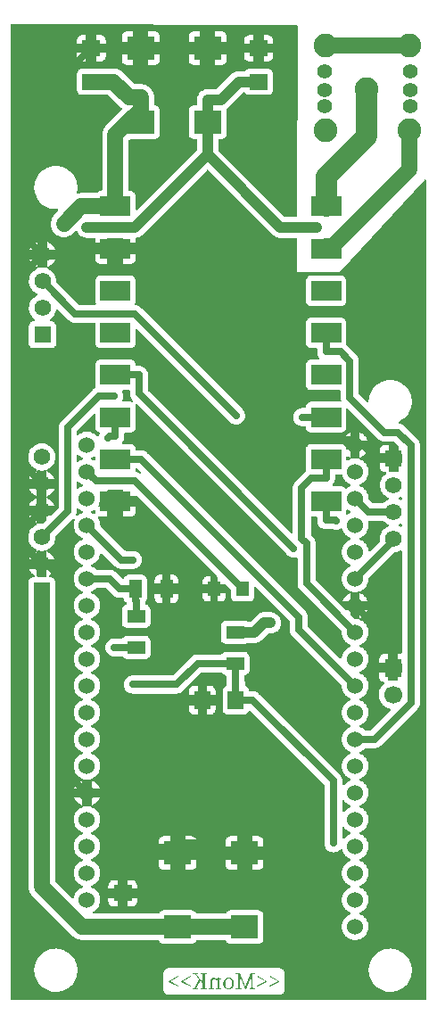
<source format=gbl>
G04 Layer: BottomLayer*
G04 Panelize: , Column: 2, Row: 1, Board Size: 40.01mm x 93.13mm, Panelized Board Size: 90.01mm x 93.13mm*
G04 EasyEDA v6.5.51, 2025-12-10 18:06:53*
G04 0555fe365c4c4ce19a54b4cc8b748554,f920225d1fc94cab822a7ee7b834fcf3,10*
G04 Gerber Generator version 0.2*
G04 Scale: 100 percent, Rotated: No, Reflected: No *
G04 Dimensions in millimeters *
G04 leading zeros omitted , absolute positions ,4 integer and 5 decimal *
%FSLAX45Y45*%
%MOMM*%

%AMMACRO1*21,1,$1,$2,0,0,$3*%
%ADD10C,1.5000*%
%ADD11C,2.0000*%
%ADD12C,0.7000*%
%ADD13C,1.0000*%
%ADD14MACRO1,1.9X2.8X90.0000*%
%ADD15MACRO1,1.9X2.8X-90.0000*%
%ADD16R,1.7280X1.4850*%
%ADD17MACRO1,1.728X1.485X0.0000*%
%ADD18C,0.0176*%
%ADD19R,2.5920X2.2075*%
%ADD20MACRO1,2.592X2.2075X0.0000*%
%ADD21MACRO1,1.728X1.485X90.0000*%
%ADD22R,1.7010X1.2075*%
%ADD23MACRO1,1.701X1.2075X0.0000*%
%ADD24MACRO1,1.2X1.4X0.0000*%
%ADD25MACRO1,1.701X1.2075X90.0000*%
%ADD26C,2.2500*%
%ADD27R,1.5748X1.7000*%
%ADD28C,1.7000*%
%ADD29R,1.5748X1.5748*%
%ADD30C,1.5748*%
%ADD31C,1.5240*%
%ADD32C,1.4000*%
%ADD33C,0.7000*%
%ADD34C,1.2000*%

%LPD*%
G36*
X36068Y229108D02*
G01*
X32156Y229870D01*
X28905Y232105D01*
X26670Y235356D01*
X25908Y239267D01*
X25908Y9476130D01*
X26670Y9479991D01*
X28905Y9483293D01*
X32207Y9485528D01*
X36118Y9486290D01*
X2742641Y9477451D01*
X2746552Y9476689D01*
X2749854Y9474454D01*
X2752039Y9471152D01*
X2752801Y9467240D01*
X2745384Y7671155D01*
X2744622Y7667244D01*
X2742387Y7663992D01*
X2739136Y7661808D01*
X2735224Y7660995D01*
X2635554Y7660995D01*
X2631643Y7661808D01*
X2628341Y7663992D01*
X2002078Y8290306D01*
X1999843Y8293608D01*
X1999081Y8297468D01*
X1999081Y8388553D01*
X1999843Y8392464D01*
X2002078Y8395766D01*
X2005330Y8397951D01*
X2009241Y8398713D01*
X2027732Y8398713D01*
X2036927Y8399526D01*
X2045411Y8401812D01*
X2053386Y8405520D01*
X2060600Y8410549D01*
X2066848Y8416798D01*
X2071878Y8424011D01*
X2075586Y8431987D01*
X2077872Y8440470D01*
X2078685Y8449665D01*
X2078685Y8669528D01*
X2077821Y8679637D01*
X2078075Y8682939D01*
X2079396Y8686038D01*
X2081631Y8688527D01*
X2083663Y8690102D01*
X2094077Y8699246D01*
X2233320Y8838488D01*
X2236622Y8840673D01*
X2240534Y8841435D01*
X2246477Y8841435D01*
X2249678Y8840927D01*
X2252573Y8839454D01*
X2256129Y8835288D01*
X2262327Y8829040D01*
X2269540Y8824010D01*
X2277516Y8820302D01*
X2286000Y8818016D01*
X2295194Y8817203D01*
X2467152Y8817203D01*
X2476347Y8818016D01*
X2484831Y8820302D01*
X2492806Y8824010D01*
X2500020Y8829040D01*
X2506218Y8835288D01*
X2511298Y8842502D01*
X2515006Y8850477D01*
X2517292Y8858961D01*
X2518105Y8868156D01*
X2518105Y9015780D01*
X2517292Y9024975D01*
X2515006Y9033510D01*
X2511298Y9041485D01*
X2506218Y9048648D01*
X2500020Y9054896D01*
X2492806Y9059926D01*
X2484831Y9063634D01*
X2476347Y9065920D01*
X2467152Y9066733D01*
X2295194Y9066733D01*
X2286000Y9065920D01*
X2277516Y9063634D01*
X2269540Y9059926D01*
X2262327Y9054896D01*
X2256129Y9048648D01*
X2252573Y9044482D01*
X2249678Y9043009D01*
X2246477Y9042450D01*
X2195017Y9042450D01*
X2181555Y9041587D01*
X2168702Y9039047D01*
X2156256Y9034780D01*
X2144420Y9028988D01*
X2133498Y9021673D01*
X2123389Y9012783D01*
X1984146Y8873540D01*
X1980844Y8871356D01*
X1976932Y8870543D01*
X1898904Y8870543D01*
X1885442Y8869680D01*
X1872589Y8867140D01*
X1860143Y8862872D01*
X1848307Y8857081D01*
X1837385Y8849766D01*
X1827530Y8841130D01*
X1818843Y8831224D01*
X1811528Y8820302D01*
X1805736Y8808516D01*
X1801520Y8796070D01*
X1798929Y8783167D01*
X1798066Y8769705D01*
X1798066Y8730640D01*
X1797304Y8726779D01*
X1795068Y8723477D01*
X1791817Y8721242D01*
X1787906Y8720480D01*
X1769414Y8720480D01*
X1760220Y8719667D01*
X1751736Y8717381D01*
X1743760Y8713673D01*
X1736547Y8708644D01*
X1730298Y8702395D01*
X1725269Y8695232D01*
X1721561Y8687257D01*
X1719275Y8678722D01*
X1718462Y8669528D01*
X1718462Y8449665D01*
X1719275Y8440470D01*
X1721561Y8431987D01*
X1725269Y8424011D01*
X1730298Y8416798D01*
X1736547Y8410549D01*
X1743760Y8405520D01*
X1751736Y8401812D01*
X1760220Y8399526D01*
X1769414Y8398713D01*
X1787906Y8398713D01*
X1791817Y8397951D01*
X1795068Y8395766D01*
X1797304Y8392464D01*
X1798066Y8388553D01*
X1798066Y8297468D01*
X1797304Y8293608D01*
X1795068Y8290306D01*
X1230579Y7725765D01*
X1227277Y7723581D01*
X1223365Y7722819D01*
X1219504Y7723581D01*
X1216202Y7725765D01*
X1214018Y7729067D01*
X1213205Y7732979D01*
X1213205Y7853629D01*
X1212392Y7862874D01*
X1210157Y7871358D01*
X1206398Y7879334D01*
X1201369Y7886547D01*
X1195171Y7892745D01*
X1187958Y7897825D01*
X1179982Y7901533D01*
X1171498Y7903819D01*
X1162253Y7904581D01*
X1158392Y7904581D01*
X1154480Y7905394D01*
X1151178Y7907578D01*
X1148994Y7910880D01*
X1148232Y7914741D01*
X1148232Y8380272D01*
X1148994Y8384133D01*
X1151178Y8387435D01*
X1159510Y8395766D01*
X1162761Y8397951D01*
X1166672Y8398713D01*
X1392732Y8398713D01*
X1401927Y8399526D01*
X1410411Y8401812D01*
X1418386Y8405520D01*
X1425600Y8410549D01*
X1431848Y8416798D01*
X1436878Y8424011D01*
X1440586Y8431987D01*
X1442872Y8440470D01*
X1443685Y8449665D01*
X1443685Y8669528D01*
X1442872Y8678722D01*
X1440586Y8687257D01*
X1436878Y8695232D01*
X1431848Y8702395D01*
X1425600Y8708644D01*
X1418386Y8713673D01*
X1410411Y8717381D01*
X1401927Y8719667D01*
X1398371Y8719972D01*
X1394764Y8720988D01*
X1391767Y8723274D01*
X1389786Y8726424D01*
X1389075Y8730132D01*
X1389075Y8794750D01*
X1388160Y8810193D01*
X1385417Y8825077D01*
X1380896Y8839555D01*
X1374698Y8853373D01*
X1366824Y8866327D01*
X1357528Y8878265D01*
X1346809Y8888984D01*
X1334871Y8898331D01*
X1321866Y8906154D01*
X1308049Y8912402D01*
X1293622Y8916873D01*
X1278686Y8919616D01*
X1263243Y8920581D01*
X1208278Y8920581D01*
X1204366Y8921343D01*
X1201064Y8923528D01*
X1094028Y9030614D01*
X1088390Y9035897D01*
X1082548Y9040774D01*
X1076452Y9045244D01*
X1070102Y9049359D01*
X1063498Y9053118D01*
X1056640Y9056420D01*
X1049680Y9059316D01*
X1042466Y9061805D01*
X1035202Y9063837D01*
X1027785Y9065412D01*
X1020267Y9066580D01*
X1012748Y9067241D01*
X1004976Y9067495D01*
X794004Y9067495D01*
X781405Y9066733D01*
X707694Y9066733D01*
X698500Y9065920D01*
X690016Y9063634D01*
X682040Y9059926D01*
X674827Y9054896D01*
X668629Y9048648D01*
X663549Y9041485D01*
X659841Y9033510D01*
X657555Y9024975D01*
X656742Y9015780D01*
X656742Y8868156D01*
X657555Y8858961D01*
X659841Y8850477D01*
X663549Y8842502D01*
X668629Y8835288D01*
X674827Y8829040D01*
X682040Y8824010D01*
X690016Y8820302D01*
X698500Y8818016D01*
X707694Y8817203D01*
X781151Y8817203D01*
X794004Y8816441D01*
X948944Y8816441D01*
X952855Y8815679D01*
X956157Y8813495D01*
X1063193Y8706408D01*
X1068832Y8701125D01*
X1074674Y8696248D01*
X1081024Y8691575D01*
X1083665Y8688679D01*
X1085037Y8685022D01*
X1084884Y8681110D01*
X1084072Y8677503D01*
X1083056Y8674862D01*
X1081328Y8672576D01*
X934059Y8525306D01*
X928776Y8519668D01*
X923899Y8513876D01*
X919429Y8507730D01*
X915314Y8501380D01*
X911555Y8494776D01*
X908253Y8487968D01*
X905357Y8480958D01*
X902868Y8473795D01*
X900836Y8466480D01*
X899261Y8459063D01*
X898093Y8451596D01*
X897432Y8444026D01*
X897178Y8436305D01*
X897178Y7914741D01*
X896416Y7910880D01*
X894232Y7907578D01*
X890930Y7905394D01*
X887018Y7904581D01*
X883158Y7904581D01*
X873963Y7903819D01*
X865479Y7901533D01*
X857503Y7897825D01*
X850290Y7892745D01*
X845108Y7887563D01*
X841806Y7885379D01*
X837895Y7884617D01*
X700887Y7884617D01*
X693166Y7884363D01*
X685596Y7883702D01*
X678129Y7882534D01*
X669696Y7880705D01*
X665581Y7880603D01*
X661822Y7882178D01*
X658926Y7885125D01*
X657504Y7888935D01*
X657656Y7893050D01*
X658876Y7898028D01*
X661720Y7917688D01*
X662686Y7937500D01*
X661720Y7957312D01*
X658876Y7976971D01*
X654100Y7996275D01*
X647547Y8014970D01*
X639165Y8033003D01*
X629107Y8050123D01*
X617423Y8066176D01*
X604266Y8081060D01*
X589737Y8094573D01*
X573938Y8106613D01*
X557072Y8117078D01*
X539292Y8125917D01*
X520700Y8132927D01*
X501548Y8138159D01*
X481990Y8141512D01*
X462178Y8142935D01*
X442315Y8142478D01*
X422605Y8140039D01*
X403199Y8135772D01*
X384352Y8129625D01*
X366115Y8121700D01*
X348792Y8112048D01*
X332435Y8100771D01*
X317246Y8087969D01*
X303377Y8073745D01*
X290931Y8058302D01*
X280060Y8041690D01*
X270814Y8024114D01*
X263347Y8005724D01*
X257657Y7986674D01*
X253847Y7967167D01*
X251967Y7947406D01*
X251967Y7927594D01*
X253847Y7907832D01*
X257657Y7888325D01*
X263347Y7869275D01*
X270814Y7850886D01*
X280060Y7833309D01*
X290931Y7816697D01*
X303377Y7801254D01*
X317246Y7787030D01*
X332435Y7774228D01*
X348792Y7762951D01*
X366115Y7753299D01*
X384352Y7745374D01*
X403199Y7739227D01*
X422605Y7734960D01*
X442315Y7732522D01*
X462178Y7732064D01*
X471678Y7732775D01*
X475691Y7732217D01*
X479247Y7730134D01*
X481634Y7726832D01*
X482549Y7722870D01*
X481838Y7718856D01*
X479602Y7715453D01*
X445617Y7681468D01*
X435356Y7669885D01*
X426770Y7657388D01*
X419709Y7643977D01*
X414324Y7629804D01*
X410718Y7615123D01*
X408889Y7600086D01*
X408889Y7584897D01*
X410718Y7569860D01*
X414324Y7555179D01*
X419709Y7541006D01*
X426770Y7527594D01*
X435356Y7515098D01*
X445414Y7503769D01*
X456742Y7493711D01*
X469239Y7485075D01*
X482650Y7478064D01*
X496824Y7472680D01*
X511505Y7469073D01*
X526542Y7467244D01*
X541731Y7467244D01*
X556768Y7469073D01*
X571449Y7472680D01*
X585622Y7478064D01*
X599033Y7485075D01*
X611530Y7493711D01*
X623112Y7503972D01*
X643788Y7524648D01*
X646988Y7526781D01*
X650798Y7527594D01*
X654608Y7526934D01*
X657910Y7524851D01*
X660196Y7521702D01*
X662889Y7515758D01*
X665530Y7510932D01*
X669747Y7504226D01*
X672795Y7500010D01*
X678078Y7493660D01*
X681431Y7490155D01*
X687781Y7484364D01*
X691337Y7481468D01*
X698601Y7476388D01*
X702208Y7474153D01*
X710387Y7469936D01*
X713994Y7468362D01*
X722934Y7465110D01*
X726440Y7464094D01*
X735990Y7462012D01*
X739292Y7461503D01*
X749401Y7460691D01*
X822045Y7460640D01*
X825957Y7459878D01*
X829208Y7457643D01*
X831443Y7454392D01*
X832205Y7450480D01*
X832205Y7412939D01*
X946353Y7412939D01*
X946353Y7450480D01*
X947115Y7454392D01*
X949350Y7457643D01*
X952652Y7459878D01*
X956513Y7460640D01*
X1088898Y7460640D01*
X1092809Y7459878D01*
X1096111Y7457643D01*
X1098296Y7454392D01*
X1099058Y7450480D01*
X1099058Y7412939D01*
X1213205Y7412939D01*
X1213205Y7451598D01*
X1213815Y7455001D01*
X1215542Y7458049D01*
X1218184Y7460335D01*
X1221384Y7461554D01*
X1234084Y7464094D01*
X1246530Y7468311D01*
X1258316Y7474102D01*
X1269238Y7481417D01*
X1279398Y7490307D01*
X1891385Y8102346D01*
X1894687Y8104530D01*
X1898599Y8105292D01*
X1902460Y8104530D01*
X1905762Y8102346D01*
X2518410Y7489698D01*
X2528519Y7480808D01*
X2539441Y7473492D01*
X2551277Y7467650D01*
X2563723Y7463434D01*
X2576576Y7460894D01*
X2590038Y7459980D01*
X2734310Y7459980D01*
X2738221Y7459218D01*
X2741523Y7457033D01*
X2743708Y7453680D01*
X2744470Y7449820D01*
X2743200Y7138365D01*
X2744216Y7137400D01*
X3148482Y7137400D01*
X3150260Y7138111D01*
X3956964Y8009381D01*
X3960266Y8011718D01*
X3964178Y8012633D01*
X3968140Y8011922D01*
X3971544Y8009737D01*
X3973779Y8006435D01*
X3974592Y8002473D01*
X3974592Y239267D01*
X3973829Y235356D01*
X3971594Y232105D01*
X3968343Y229870D01*
X3964432Y229108D01*
G37*

%LPC*%
G36*
X1530299Y276910D02*
G01*
X2577642Y276910D01*
X2586888Y277723D01*
X2595372Y279958D01*
X2603347Y283718D01*
X2610561Y288747D01*
X2616758Y294944D01*
X2621788Y302158D01*
X2625547Y310134D01*
X2627782Y318617D01*
X2628595Y327863D01*
X2628595Y478586D01*
X2627782Y487832D01*
X2625547Y496316D01*
X2621788Y504291D01*
X2616758Y511505D01*
X2610561Y517702D01*
X2603347Y522732D01*
X2595372Y526491D01*
X2586888Y528726D01*
X2577642Y529539D01*
X1530299Y529539D01*
X1521053Y528726D01*
X1512570Y526491D01*
X1504594Y522732D01*
X1497380Y517702D01*
X1491183Y511505D01*
X1486154Y504291D01*
X1482394Y496316D01*
X1480159Y487832D01*
X1479346Y478586D01*
X1479346Y327863D01*
X1480159Y318617D01*
X1482394Y310134D01*
X1486154Y302158D01*
X1491183Y294944D01*
X1497380Y288747D01*
X1504594Y283718D01*
X1512570Y279958D01*
X1521053Y277723D01*
G37*
G36*
X462178Y302564D02*
G01*
X481990Y304038D01*
X501548Y307390D01*
X520700Y312572D01*
X539292Y319633D01*
X557072Y328422D01*
X573938Y338886D01*
X589737Y350977D01*
X604266Y364490D01*
X617423Y379323D01*
X629107Y395427D01*
X639165Y412546D01*
X647547Y430530D01*
X654100Y449275D01*
X658876Y468528D01*
X661720Y488188D01*
X662686Y508000D01*
X661720Y527862D01*
X658876Y547522D01*
X654100Y566775D01*
X647547Y585520D01*
X639165Y603504D01*
X629107Y620623D01*
X617423Y636727D01*
X604266Y651560D01*
X589737Y665073D01*
X573938Y677164D01*
X557072Y687628D01*
X539292Y696417D01*
X520700Y703478D01*
X501548Y708660D01*
X481990Y712012D01*
X462178Y713486D01*
X442315Y712978D01*
X422605Y710590D01*
X403199Y706323D01*
X384352Y700176D01*
X366115Y692251D01*
X348792Y682599D01*
X332435Y671322D01*
X317246Y658520D01*
X303377Y644296D01*
X290931Y628802D01*
X280060Y612190D01*
X270814Y594614D01*
X263347Y576224D01*
X257657Y557225D01*
X253847Y537718D01*
X251967Y517956D01*
X251967Y498093D01*
X253847Y478332D01*
X257657Y458825D01*
X263347Y439826D01*
X270814Y421436D01*
X280060Y403860D01*
X290931Y387248D01*
X303377Y371754D01*
X317246Y357530D01*
X332435Y344728D01*
X348792Y333451D01*
X366115Y323799D01*
X384352Y315874D01*
X403199Y309727D01*
X422605Y305460D01*
X442315Y303072D01*
G37*
G36*
X3637178Y302564D02*
G01*
X3656990Y303987D01*
X3676548Y307340D01*
X3695700Y312572D01*
X3714292Y319582D01*
X3732072Y328422D01*
X3748938Y338886D01*
X3764737Y350926D01*
X3779265Y364439D01*
X3792423Y379323D01*
X3804107Y395376D01*
X3814165Y412496D01*
X3822547Y430530D01*
X3829100Y449224D01*
X3833876Y468528D01*
X3836720Y488188D01*
X3837686Y508000D01*
X3836720Y527812D01*
X3833876Y547471D01*
X3829100Y566775D01*
X3822547Y585470D01*
X3814165Y603504D01*
X3804107Y620623D01*
X3792423Y636676D01*
X3779265Y651560D01*
X3764737Y665073D01*
X3748938Y677113D01*
X3732072Y687578D01*
X3714292Y696417D01*
X3695700Y703427D01*
X3676548Y708660D01*
X3656990Y712012D01*
X3637178Y713435D01*
X3617315Y712978D01*
X3597605Y710539D01*
X3578199Y706272D01*
X3559352Y700125D01*
X3541115Y692200D01*
X3523792Y682548D01*
X3507435Y671271D01*
X3492246Y658469D01*
X3478377Y644245D01*
X3465931Y628802D01*
X3455060Y612190D01*
X3445814Y594614D01*
X3438347Y576224D01*
X3432657Y557174D01*
X3428847Y537667D01*
X3426968Y517906D01*
X3426968Y498093D01*
X3428847Y478332D01*
X3432657Y458825D01*
X3438347Y439775D01*
X3445814Y421385D01*
X3455060Y403809D01*
X3465931Y387197D01*
X3478377Y371754D01*
X3492246Y357530D01*
X3507435Y344728D01*
X3523792Y333451D01*
X3541115Y323799D01*
X3559352Y315874D01*
X3578199Y309727D01*
X3597605Y305460D01*
X3617315Y303022D01*
G37*
G36*
X1483766Y757986D02*
G01*
X1742033Y757986D01*
X1751279Y758799D01*
X1759762Y761085D01*
X1767738Y764794D01*
X1774952Y769823D01*
X1781149Y776071D01*
X1786229Y783285D01*
X1788160Y787501D01*
X1790395Y790600D01*
X1793646Y792632D01*
X1797405Y793343D01*
X2063394Y793343D01*
X2067153Y792632D01*
X2070404Y790600D01*
X2072639Y787501D01*
X2074570Y783285D01*
X2079650Y776071D01*
X2085848Y769823D01*
X2093061Y764794D01*
X2101037Y761085D01*
X2109520Y758799D01*
X2118766Y757986D01*
X2377033Y757986D01*
X2386279Y758799D01*
X2394762Y761085D01*
X2402738Y764794D01*
X2409952Y769823D01*
X2416149Y776071D01*
X2421229Y783285D01*
X2424938Y791260D01*
X2427224Y799744D01*
X2427986Y808939D01*
X2427986Y1028801D01*
X2427224Y1037996D01*
X2424938Y1046530D01*
X2421229Y1054506D01*
X2416149Y1061669D01*
X2409952Y1067917D01*
X2402738Y1072946D01*
X2394762Y1076655D01*
X2386279Y1078941D01*
X2377033Y1079754D01*
X2118766Y1079754D01*
X2109520Y1078941D01*
X2101037Y1076655D01*
X2093061Y1072946D01*
X2085848Y1067917D01*
X2079650Y1061669D01*
X2074570Y1054506D01*
X2072639Y1050239D01*
X2070404Y1047140D01*
X2067153Y1045108D01*
X2063394Y1044397D01*
X1797405Y1044397D01*
X1793646Y1045108D01*
X1790395Y1047140D01*
X1788160Y1050239D01*
X1786229Y1054506D01*
X1781149Y1061669D01*
X1774952Y1067917D01*
X1767738Y1072946D01*
X1759762Y1076655D01*
X1751279Y1078941D01*
X1742033Y1079754D01*
X1483766Y1079754D01*
X1474520Y1078941D01*
X1466037Y1076655D01*
X1458061Y1072946D01*
X1450848Y1067917D01*
X1444650Y1061669D01*
X1439570Y1054506D01*
X1437640Y1050239D01*
X1435404Y1047140D01*
X1432153Y1045108D01*
X1428394Y1044397D01*
X1322120Y1044397D01*
X1311249Y1045514D01*
X1303528Y1045768D01*
X817321Y1045768D01*
X813053Y1046683D01*
X809548Y1049324D01*
X807516Y1053185D01*
X807262Y1057554D01*
X808888Y1061618D01*
X812038Y1064615D01*
X824534Y1072184D01*
X836574Y1081582D01*
X847394Y1092403D01*
X856843Y1104442D01*
X864768Y1117549D01*
X871016Y1131519D01*
X875588Y1146098D01*
X878332Y1161135D01*
X879246Y1176426D01*
X878332Y1191717D01*
X875588Y1206754D01*
X871016Y1221333D01*
X864768Y1235303D01*
X856843Y1248410D01*
X847394Y1260449D01*
X836574Y1271270D01*
X824534Y1280668D01*
X811428Y1288592D01*
X799084Y1294180D01*
X795934Y1296365D01*
X793851Y1299616D01*
X793089Y1303426D01*
X793851Y1307236D01*
X795934Y1310487D01*
X799084Y1312672D01*
X811428Y1318260D01*
X824534Y1326184D01*
X836574Y1335582D01*
X847394Y1346403D01*
X856843Y1358442D01*
X864768Y1371549D01*
X871016Y1385519D01*
X875588Y1400098D01*
X878332Y1415135D01*
X879246Y1430426D01*
X878332Y1445717D01*
X875588Y1460754D01*
X871016Y1475333D01*
X864768Y1489303D01*
X856843Y1502410D01*
X847394Y1514449D01*
X836574Y1525270D01*
X824534Y1534668D01*
X811428Y1542592D01*
X799084Y1548180D01*
X795934Y1550365D01*
X793851Y1553616D01*
X793089Y1557426D01*
X793851Y1561236D01*
X795934Y1564487D01*
X799084Y1566672D01*
X811428Y1572260D01*
X824534Y1580184D01*
X836574Y1589582D01*
X847394Y1600403D01*
X856843Y1612442D01*
X864768Y1625549D01*
X871016Y1639519D01*
X875588Y1654098D01*
X878332Y1669135D01*
X879246Y1684426D01*
X878332Y1699717D01*
X875588Y1714754D01*
X871016Y1729333D01*
X864768Y1743303D01*
X856843Y1756410D01*
X847394Y1768449D01*
X836574Y1779270D01*
X824534Y1788668D01*
X811428Y1796592D01*
X799084Y1802180D01*
X795934Y1804365D01*
X793851Y1807616D01*
X793089Y1811426D01*
X793851Y1815236D01*
X795934Y1818487D01*
X799084Y1820672D01*
X811428Y1826260D01*
X824534Y1834184D01*
X836574Y1843582D01*
X847394Y1854403D01*
X856843Y1866442D01*
X864768Y1879549D01*
X871016Y1893519D01*
X875588Y1908098D01*
X878332Y1923135D01*
X879246Y1938426D01*
X878332Y1953717D01*
X875588Y1968754D01*
X871016Y1983333D01*
X864768Y1997303D01*
X856843Y2010410D01*
X847394Y2022449D01*
X836574Y2033270D01*
X824534Y2042668D01*
X811428Y2050592D01*
X799084Y2056180D01*
X795934Y2058365D01*
X793851Y2061616D01*
X793496Y2063343D01*
X791260Y2061667D01*
X787603Y2060702D01*
X767842Y2064207D01*
X752602Y2065121D01*
X737311Y2064207D01*
X717550Y2060702D01*
X713892Y2061667D01*
X711657Y2063343D01*
X711301Y2061616D01*
X709218Y2058365D01*
X706069Y2056180D01*
X693724Y2050592D01*
X680618Y2042668D01*
X668578Y2033270D01*
X657758Y2022449D01*
X648309Y2010410D01*
X640384Y1997303D01*
X634136Y1983333D01*
X629564Y1968754D01*
X626821Y1953717D01*
X625906Y1938426D01*
X626821Y1923135D01*
X629564Y1908098D01*
X634136Y1893519D01*
X640384Y1879549D01*
X648309Y1866442D01*
X657758Y1854403D01*
X668578Y1843582D01*
X680618Y1834184D01*
X693724Y1826260D01*
X706069Y1820672D01*
X709218Y1818487D01*
X711301Y1815236D01*
X712063Y1811426D01*
X711301Y1807616D01*
X709218Y1804365D01*
X706069Y1802180D01*
X693724Y1796592D01*
X680618Y1788668D01*
X668578Y1779270D01*
X657758Y1768449D01*
X648309Y1756410D01*
X640384Y1743303D01*
X634136Y1729333D01*
X629564Y1714754D01*
X626821Y1699717D01*
X625906Y1684426D01*
X626821Y1669135D01*
X629564Y1654098D01*
X634136Y1639519D01*
X640384Y1625549D01*
X648309Y1612442D01*
X657758Y1600403D01*
X668578Y1589582D01*
X680618Y1580184D01*
X693724Y1572260D01*
X706069Y1566672D01*
X709218Y1564487D01*
X711301Y1561236D01*
X712063Y1557426D01*
X711301Y1553616D01*
X709218Y1550365D01*
X706069Y1548180D01*
X693724Y1542592D01*
X680618Y1534668D01*
X668578Y1525270D01*
X657758Y1514449D01*
X648309Y1502410D01*
X640384Y1489303D01*
X634136Y1475333D01*
X629564Y1460754D01*
X626821Y1445717D01*
X625906Y1430426D01*
X626821Y1415135D01*
X629564Y1400098D01*
X634136Y1385519D01*
X640384Y1371549D01*
X648309Y1358442D01*
X657758Y1346403D01*
X668578Y1335582D01*
X680618Y1326184D01*
X693724Y1318260D01*
X706069Y1312672D01*
X709218Y1310487D01*
X711301Y1307236D01*
X712063Y1303426D01*
X711301Y1299616D01*
X709218Y1296365D01*
X706069Y1294180D01*
X693724Y1288592D01*
X680618Y1280668D01*
X668578Y1271270D01*
X657758Y1260449D01*
X648309Y1248410D01*
X640384Y1235303D01*
X634136Y1221333D01*
X629564Y1206754D01*
X628192Y1199286D01*
X626516Y1195273D01*
X623265Y1192326D01*
X619048Y1191006D01*
X614730Y1191564D01*
X611022Y1193952D01*
X452272Y1352702D01*
X450037Y1356004D01*
X449275Y1359916D01*
X449275Y4010456D01*
X449630Y4013098D01*
X452221Y4022648D01*
X453034Y4031843D01*
X453034Y4188409D01*
X452221Y4197654D01*
X449935Y4206138D01*
X446227Y4214114D01*
X441198Y4221327D01*
X434949Y4227525D01*
X427735Y4232554D01*
X419760Y4236313D01*
X411276Y4238548D01*
X401828Y4239412D01*
X397865Y4240580D01*
X394716Y4243273D01*
X392887Y4246981D01*
X392684Y4251096D01*
X394157Y4254957D01*
X397052Y4257954D01*
X402183Y4261408D01*
X413766Y4271416D01*
X424129Y4282694D01*
X433070Y4295140D01*
X440435Y4308551D01*
X444449Y4318406D01*
X369519Y4318406D01*
X369519Y4249521D01*
X368706Y4245660D01*
X366522Y4242358D01*
X363220Y4240123D01*
X359359Y4239361D01*
X288239Y4239361D01*
X284327Y4240123D01*
X281025Y4242358D01*
X278841Y4245660D01*
X278079Y4249521D01*
X278079Y4318406D01*
X203098Y4318406D01*
X207111Y4308551D01*
X214477Y4295140D01*
X223418Y4282694D01*
X233781Y4271416D01*
X245364Y4261408D01*
X250494Y4257954D01*
X253390Y4254957D01*
X254863Y4251096D01*
X254660Y4246981D01*
X252831Y4243273D01*
X249682Y4240580D01*
X245719Y4239412D01*
X236270Y4238548D01*
X227787Y4236313D01*
X219811Y4232554D01*
X212598Y4227525D01*
X206349Y4221327D01*
X201320Y4214114D01*
X197612Y4206138D01*
X195326Y4197654D01*
X194513Y4188409D01*
X194513Y4031843D01*
X195326Y4022648D01*
X197916Y4013098D01*
X198272Y4010456D01*
X198272Y1303883D01*
X198475Y1296111D01*
X199186Y1288592D01*
X200304Y1281074D01*
X201930Y1273657D01*
X203962Y1266393D01*
X206451Y1259179D01*
X209346Y1252220D01*
X212648Y1245362D01*
X216357Y1238758D01*
X220471Y1232408D01*
X224993Y1226312D01*
X229819Y1220470D01*
X235153Y1214831D01*
X616204Y833780D01*
X621842Y828497D01*
X627634Y823620D01*
X633780Y819150D01*
X640130Y815035D01*
X646734Y811276D01*
X653542Y807974D01*
X660552Y805078D01*
X667715Y802589D01*
X675030Y800557D01*
X682447Y798982D01*
X689914Y797814D01*
X697484Y797153D01*
X705205Y796899D01*
X730605Y796899D01*
X739648Y795629D01*
X747166Y794969D01*
X754938Y794715D01*
X1286611Y794715D01*
X1297482Y793597D01*
X1305204Y793343D01*
X1428394Y793343D01*
X1432153Y792632D01*
X1435404Y790600D01*
X1437640Y787501D01*
X1439570Y783285D01*
X1444650Y776071D01*
X1450848Y769823D01*
X1458061Y764794D01*
X1466037Y761085D01*
X1474520Y758799D01*
G37*
G36*
X3298596Y795731D02*
G01*
X3313836Y796645D01*
X3328873Y799439D01*
X3343503Y803960D01*
X3357473Y810260D01*
X3370529Y818184D01*
X3382568Y827582D01*
X3393389Y838403D01*
X3402837Y850442D01*
X3410762Y863549D01*
X3417011Y877519D01*
X3421583Y892098D01*
X3424326Y907135D01*
X3425291Y922426D01*
X3424326Y937717D01*
X3421583Y952753D01*
X3417011Y967333D01*
X3410762Y981303D01*
X3402837Y994410D01*
X3393389Y1006449D01*
X3382568Y1017269D01*
X3370529Y1026668D01*
X3357473Y1034592D01*
X3345129Y1040180D01*
X3341928Y1042365D01*
X3339846Y1045616D01*
X3339134Y1049426D01*
X3339846Y1053236D01*
X3341928Y1056487D01*
X3345129Y1058672D01*
X3357473Y1064260D01*
X3370529Y1072184D01*
X3382568Y1081582D01*
X3393389Y1092403D01*
X3402837Y1104442D01*
X3410762Y1117549D01*
X3417011Y1131519D01*
X3421583Y1146098D01*
X3424326Y1161135D01*
X3425291Y1176426D01*
X3424326Y1191717D01*
X3421583Y1206754D01*
X3417011Y1221333D01*
X3410762Y1235303D01*
X3402837Y1248410D01*
X3393389Y1260449D01*
X3382568Y1271270D01*
X3370529Y1280668D01*
X3357473Y1288592D01*
X3345129Y1294180D01*
X3341928Y1296365D01*
X3339846Y1299616D01*
X3339134Y1303426D01*
X3339846Y1307236D01*
X3341928Y1310487D01*
X3345129Y1312672D01*
X3357473Y1318260D01*
X3370529Y1326184D01*
X3382568Y1335582D01*
X3393389Y1346403D01*
X3402837Y1358442D01*
X3410762Y1371549D01*
X3417011Y1385519D01*
X3421583Y1400098D01*
X3424326Y1415135D01*
X3425291Y1430426D01*
X3424326Y1445717D01*
X3421583Y1460754D01*
X3417011Y1475333D01*
X3410762Y1489303D01*
X3402837Y1502410D01*
X3393389Y1514449D01*
X3382568Y1525270D01*
X3370529Y1534668D01*
X3357473Y1542592D01*
X3345129Y1548180D01*
X3341928Y1550365D01*
X3339846Y1553616D01*
X3339134Y1557426D01*
X3339846Y1561236D01*
X3341928Y1564487D01*
X3345129Y1566672D01*
X3357473Y1572260D01*
X3370529Y1580184D01*
X3382568Y1589582D01*
X3393389Y1600403D01*
X3402837Y1612442D01*
X3410762Y1625549D01*
X3417011Y1639519D01*
X3421583Y1654098D01*
X3424326Y1669135D01*
X3425291Y1684426D01*
X3424326Y1699717D01*
X3421583Y1714754D01*
X3417011Y1729333D01*
X3410762Y1743303D01*
X3402837Y1756410D01*
X3393389Y1768449D01*
X3382568Y1779270D01*
X3370529Y1788668D01*
X3357473Y1796592D01*
X3345129Y1802180D01*
X3341928Y1804365D01*
X3339846Y1807616D01*
X3339134Y1811426D01*
X3339846Y1815236D01*
X3341928Y1818487D01*
X3345129Y1820672D01*
X3357473Y1826260D01*
X3370529Y1834184D01*
X3382568Y1843582D01*
X3393389Y1854403D01*
X3402837Y1866442D01*
X3410762Y1879549D01*
X3417011Y1893519D01*
X3421583Y1908098D01*
X3424326Y1923135D01*
X3425291Y1938426D01*
X3424326Y1953717D01*
X3421583Y1968754D01*
X3417011Y1983333D01*
X3410762Y1997303D01*
X3402837Y2010410D01*
X3393389Y2022449D01*
X3382568Y2033270D01*
X3370529Y2042668D01*
X3357473Y2050592D01*
X3345129Y2056180D01*
X3341928Y2058365D01*
X3339846Y2061616D01*
X3339134Y2065426D01*
X3339846Y2069236D01*
X3341928Y2072487D01*
X3345129Y2074672D01*
X3357473Y2080260D01*
X3370529Y2088184D01*
X3382568Y2097582D01*
X3393389Y2108403D01*
X3402837Y2120442D01*
X3410762Y2133549D01*
X3417011Y2147519D01*
X3421583Y2162098D01*
X3424326Y2177135D01*
X3425291Y2192426D01*
X3424326Y2207717D01*
X3421583Y2222754D01*
X3417011Y2237333D01*
X3410762Y2251303D01*
X3402837Y2264410D01*
X3393389Y2276449D01*
X3382568Y2287270D01*
X3370529Y2296668D01*
X3357473Y2304592D01*
X3345129Y2310180D01*
X3341928Y2312365D01*
X3339846Y2315616D01*
X3339134Y2319426D01*
X3339846Y2323236D01*
X3341928Y2326487D01*
X3345129Y2328672D01*
X3357473Y2334260D01*
X3370529Y2342184D01*
X3382568Y2351582D01*
X3393389Y2362403D01*
X3402837Y2374442D01*
X3410762Y2387549D01*
X3417011Y2401519D01*
X3421583Y2416098D01*
X3424326Y2431135D01*
X3425291Y2446426D01*
X3424326Y2461717D01*
X3421583Y2476754D01*
X3417011Y2491333D01*
X3410762Y2505303D01*
X3402837Y2518410D01*
X3393389Y2530449D01*
X3382568Y2541270D01*
X3370529Y2550668D01*
X3357473Y2558592D01*
X3345129Y2564180D01*
X3341928Y2566365D01*
X3339846Y2569616D01*
X3339134Y2573426D01*
X3339846Y2577236D01*
X3341928Y2580487D01*
X3345129Y2582672D01*
X3357473Y2588260D01*
X3370529Y2596184D01*
X3382568Y2605582D01*
X3388918Y2611932D01*
X3392220Y2614168D01*
X3396132Y2614930D01*
X3479546Y2614930D01*
X3485845Y2615133D01*
X3491941Y2615793D01*
X3497935Y2616860D01*
X3503828Y2618384D01*
X3509619Y2620314D01*
X3515258Y2622651D01*
X3520744Y2625394D01*
X3525977Y2628493D01*
X3531006Y2631998D01*
X3535730Y2635808D01*
X3540353Y2640076D01*
X3888130Y2987903D01*
X3892448Y2992475D01*
X3896258Y2997250D01*
X3899712Y3002280D01*
X3902862Y3007512D01*
X3905605Y3012948D01*
X3907891Y3018586D01*
X3909822Y3024378D01*
X3911346Y3030321D01*
X3912412Y3036316D01*
X3913073Y3042361D01*
X3913327Y3048660D01*
X3913327Y5490870D01*
X3913073Y5497169D01*
X3912412Y5503265D01*
X3911346Y5509260D01*
X3909822Y5515152D01*
X3907891Y5520944D01*
X3905605Y5526582D01*
X3902862Y5532069D01*
X3899712Y5537301D01*
X3896258Y5542330D01*
X3892448Y5547055D01*
X3888130Y5551678D01*
X3764838Y5674969D01*
X3760266Y5679236D01*
X3755491Y5683046D01*
X3750462Y5686552D01*
X3745229Y5689650D01*
X3739794Y5692394D01*
X3734155Y5694730D01*
X3728364Y5696661D01*
X3722420Y5698185D01*
X3718661Y5698845D01*
X3714800Y5700420D01*
X3711854Y5703468D01*
X3710432Y5707430D01*
X3710736Y5711596D01*
X3712667Y5715355D01*
X3715969Y5717946D01*
X3732072Y5725922D01*
X3748938Y5736386D01*
X3764737Y5748426D01*
X3779265Y5761939D01*
X3792423Y5776823D01*
X3804107Y5792876D01*
X3814165Y5809996D01*
X3822547Y5828030D01*
X3829100Y5846724D01*
X3833876Y5866028D01*
X3836720Y5885688D01*
X3837686Y5905500D01*
X3836720Y5925312D01*
X3833876Y5944971D01*
X3829100Y5964275D01*
X3822547Y5982970D01*
X3814165Y6001004D01*
X3804107Y6018123D01*
X3792423Y6034176D01*
X3779265Y6049060D01*
X3764737Y6062573D01*
X3748938Y6074613D01*
X3732072Y6085078D01*
X3714292Y6093917D01*
X3695700Y6100927D01*
X3676548Y6106160D01*
X3656990Y6109512D01*
X3637178Y6110935D01*
X3617315Y6110478D01*
X3597605Y6108039D01*
X3578199Y6103772D01*
X3559352Y6097625D01*
X3541115Y6089700D01*
X3523792Y6080048D01*
X3507435Y6068771D01*
X3492246Y6055969D01*
X3478377Y6041745D01*
X3465931Y6026302D01*
X3455060Y6009690D01*
X3445814Y5992114D01*
X3438347Y5973724D01*
X3432657Y5954674D01*
X3428847Y5935167D01*
X3426968Y5915406D01*
X3426968Y5906058D01*
X3426155Y5902198D01*
X3423970Y5898896D01*
X3420668Y5896660D01*
X3416808Y5895898D01*
X3412896Y5896660D01*
X3409594Y5898896D01*
X3336391Y5972098D01*
X3334156Y5975400D01*
X3333394Y5979312D01*
X3333394Y6291529D01*
X3333191Y6297828D01*
X3332530Y6303873D01*
X3331464Y6309868D01*
X3329940Y6315811D01*
X3328009Y6321602D01*
X3325672Y6327241D01*
X3322929Y6332677D01*
X3319830Y6337909D01*
X3316325Y6342938D01*
X3312515Y6347714D01*
X3308248Y6352286D01*
X3221228Y6439306D01*
X3215284Y6444640D01*
X3213049Y6447586D01*
X3211982Y6451142D01*
X3213201Y6464554D01*
X3213201Y6653631D01*
X3212388Y6662877D01*
X3210102Y6671360D01*
X3206394Y6679336D01*
X3201365Y6686550D01*
X3195116Y6692747D01*
X3187903Y6697827D01*
X3179927Y6701536D01*
X3171444Y6703822D01*
X3162249Y6704584D01*
X2883154Y6704584D01*
X2873908Y6703822D01*
X2865424Y6701536D01*
X2857449Y6697827D01*
X2850235Y6692747D01*
X2844038Y6686550D01*
X2839008Y6679336D01*
X2835249Y6671360D01*
X2833014Y6662877D01*
X2832201Y6653631D01*
X2832201Y6464554D01*
X2833014Y6455308D01*
X2835249Y6446824D01*
X2839008Y6438849D01*
X2844038Y6431635D01*
X2850235Y6425438D01*
X2857449Y6420408D01*
X2865424Y6416649D01*
X2873908Y6414414D01*
X2883154Y6413601D01*
X2927045Y6413601D01*
X2930906Y6412788D01*
X2934208Y6410604D01*
X2936443Y6407302D01*
X2937205Y6403441D01*
X2937205Y6379413D01*
X2938068Y6366865D01*
X2940659Y6354927D01*
X2944926Y6343497D01*
X2950768Y6332829D01*
X2961386Y6318656D01*
X2962148Y6314795D01*
X2961386Y6310884D01*
X2959201Y6307582D01*
X2955899Y6305397D01*
X2951988Y6304635D01*
X2883154Y6304635D01*
X2873908Y6303822D01*
X2865424Y6301536D01*
X2857449Y6297828D01*
X2850235Y6292748D01*
X2844038Y6286550D01*
X2839008Y6279337D01*
X2835249Y6271361D01*
X2833014Y6262878D01*
X2832201Y6253683D01*
X2832201Y6064554D01*
X2833014Y6055360D01*
X2835249Y6046825D01*
X2839008Y6038850D01*
X2844038Y6031687D01*
X2850235Y6025438D01*
X2857449Y6020409D01*
X2865424Y6016701D01*
X2873908Y6014415D01*
X2883154Y6013602D01*
X3152241Y6013602D01*
X3156102Y6012840D01*
X3159404Y6010605D01*
X3161639Y6007303D01*
X3162401Y6003442D01*
X3162401Y5939840D01*
X3162604Y5933541D01*
X3163265Y5927496D01*
X3164332Y5921502D01*
X3165449Y5917285D01*
X3165652Y5913577D01*
X3164586Y5910072D01*
X3162350Y5907176D01*
X3159201Y5905246D01*
X3155594Y5904585D01*
X2883154Y5904585D01*
X2873908Y5903772D01*
X2865424Y5901537D01*
X2857449Y5897778D01*
X2850235Y5892749D01*
X2844038Y5886551D01*
X2839008Y5879338D01*
X2835249Y5871362D01*
X2833014Y5862828D01*
X2832201Y5853887D01*
X2831185Y5850280D01*
X2828950Y5847283D01*
X2825750Y5845302D01*
X2822092Y5844590D01*
X2797810Y5844590D01*
X2790494Y5844387D01*
X2784449Y5843727D01*
X2778455Y5842660D01*
X2772511Y5841136D01*
X2766720Y5839206D01*
X2761081Y5836869D01*
X2755646Y5834126D01*
X2750413Y5831027D01*
X2745384Y5827522D01*
X2740609Y5823712D01*
X2736138Y5819546D01*
X2731566Y5814669D01*
X2727756Y5809945D01*
X2724302Y5804916D01*
X2721152Y5799683D01*
X2718409Y5794197D01*
X2716123Y5788558D01*
X2714193Y5782767D01*
X2712669Y5776874D01*
X2711602Y5770880D01*
X2710942Y5764784D01*
X2710688Y5758688D01*
X2710942Y5752592D01*
X2711602Y5746496D01*
X2712669Y5740501D01*
X2714193Y5734608D01*
X2716123Y5728817D01*
X2718409Y5723178D01*
X2721152Y5717692D01*
X2724302Y5712460D01*
X2727756Y5707430D01*
X2731566Y5702706D01*
X2735732Y5698236D01*
X2740202Y5694070D01*
X2744978Y5690260D01*
X2750007Y5686755D01*
X2755239Y5683656D01*
X2760675Y5680913D01*
X2766314Y5678576D01*
X2772105Y5676646D01*
X2778048Y5675122D01*
X2784043Y5674055D01*
X2790088Y5673394D01*
X2796133Y5673191D01*
X2804160Y5673598D01*
X2822092Y5673598D01*
X2825750Y5672886D01*
X2828950Y5670905D01*
X2831185Y5667908D01*
X2832201Y5664301D01*
X2833014Y5655310D01*
X2835249Y5646826D01*
X2839008Y5638850D01*
X2844038Y5631637D01*
X2850235Y5625439D01*
X2857449Y5620359D01*
X2865424Y5616651D01*
X2873908Y5614365D01*
X2883154Y5613603D01*
X3162249Y5613603D01*
X3171444Y5614365D01*
X3179927Y5616651D01*
X3187903Y5620359D01*
X3195116Y5625439D01*
X3201365Y5631637D01*
X3206394Y5638850D01*
X3210102Y5646826D01*
X3212388Y5655310D01*
X3213201Y5664555D01*
X3213201Y5828893D01*
X3213963Y5832805D01*
X3216198Y5836107D01*
X3219450Y5838291D01*
X3223361Y5839053D01*
X3227222Y5838291D01*
X3230524Y5836107D01*
X3512362Y5554268D01*
X3516934Y5550001D01*
X3521710Y5546191D01*
X3526739Y5542686D01*
X3531971Y5539587D01*
X3537407Y5536844D01*
X3543046Y5534507D01*
X3548837Y5532577D01*
X3554780Y5531053D01*
X3560775Y5529986D01*
X3566820Y5529326D01*
X3573119Y5529122D01*
X3664610Y5529122D01*
X3668522Y5528360D01*
X3671824Y5526125D01*
X3706622Y5491327D01*
X3708806Y5488025D01*
X3709568Y5484164D01*
X3709568Y5413146D01*
X3732123Y5413146D01*
X3736035Y5412384D01*
X3739337Y5410149D01*
X3741521Y5406898D01*
X3742283Y5402986D01*
X3742283Y5331866D01*
X3741521Y5327954D01*
X3739337Y5324703D01*
X3736035Y5322468D01*
X3732123Y5321706D01*
X3709568Y5321706D01*
X3709568Y5247995D01*
X3708958Y5244388D01*
X3707028Y5241290D01*
X3704183Y5239004D01*
X3700678Y5237937D01*
X3697071Y5238140D01*
X3686708Y5240629D01*
X3671519Y5242407D01*
X3656228Y5242407D01*
X3641039Y5240629D01*
X3630676Y5238140D01*
X3627069Y5237937D01*
X3623564Y5239004D01*
X3620719Y5241290D01*
X3618788Y5244388D01*
X3618179Y5247995D01*
X3618179Y5321706D01*
X3534613Y5321706D01*
X3534613Y5289143D01*
X3535426Y5279898D01*
X3537712Y5271414D01*
X3541420Y5263438D01*
X3546449Y5256225D01*
X3552698Y5250027D01*
X3559911Y5244998D01*
X3567887Y5241239D01*
X3576370Y5239004D01*
X3585819Y5238140D01*
X3589782Y5236972D01*
X3592931Y5234279D01*
X3594760Y5230571D01*
X3594963Y5226456D01*
X3593490Y5222595D01*
X3590594Y5219598D01*
X3585464Y5216144D01*
X3573881Y5206136D01*
X3563518Y5194858D01*
X3554577Y5182412D01*
X3547211Y5169001D01*
X3541471Y5154828D01*
X3537407Y5140045D01*
X3535172Y5124907D01*
X3534714Y5109616D01*
X3536035Y5094325D01*
X3539236Y5079339D01*
X3544112Y5064861D01*
X3550716Y5051044D01*
X3558895Y5038090D01*
X3568547Y5026202D01*
X3579520Y5015534D01*
X3591661Y5006238D01*
X3604869Y4998466D01*
X3610813Y4995824D01*
X3613962Y4993690D01*
X3616096Y4990541D01*
X3616909Y4986832D01*
X3616299Y4983073D01*
X3614369Y4979822D01*
X3611372Y4977485D01*
X3598164Y4970678D01*
X3585464Y4962144D01*
X3573881Y4952136D01*
X3570274Y4948224D01*
X3566871Y4945786D01*
X3562807Y4944922D01*
X3465220Y4944922D01*
X3461308Y4945684D01*
X3458006Y4947920D01*
X3428187Y4977739D01*
X3425850Y4981346D01*
X3425291Y4986426D01*
X3424326Y5001717D01*
X3421583Y5016754D01*
X3417011Y5031333D01*
X3410762Y5045303D01*
X3402837Y5058410D01*
X3393389Y5070449D01*
X3382568Y5081270D01*
X3370529Y5090668D01*
X3357473Y5098592D01*
X3345129Y5104180D01*
X3341928Y5106365D01*
X3339846Y5109616D01*
X3339134Y5113426D01*
X3339846Y5117236D01*
X3341928Y5120487D01*
X3345129Y5122672D01*
X3357473Y5128260D01*
X3370529Y5136184D01*
X3382568Y5145582D01*
X3393389Y5156403D01*
X3402837Y5168442D01*
X3410762Y5181549D01*
X3417011Y5195519D01*
X3421583Y5210098D01*
X3424326Y5225135D01*
X3425291Y5240426D01*
X3424326Y5255717D01*
X3421583Y5270754D01*
X3417011Y5285333D01*
X3410762Y5299303D01*
X3402837Y5312410D01*
X3393389Y5324449D01*
X3382568Y5335270D01*
X3370529Y5344668D01*
X3357473Y5352592D01*
X3345129Y5358180D01*
X3341928Y5360365D01*
X3339846Y5363616D01*
X3339541Y5365343D01*
X3337255Y5363667D01*
X3333597Y5362702D01*
X3313836Y5366207D01*
X3298596Y5367121D01*
X3283305Y5366207D01*
X3263544Y5362702D01*
X3259886Y5363667D01*
X3257651Y5365343D01*
X3257296Y5363616D01*
X3255213Y5360365D01*
X3252063Y5358180D01*
X3239719Y5352592D01*
X3228594Y5345887D01*
X3224580Y5344515D01*
X3220313Y5344871D01*
X3216605Y5347004D01*
X3214116Y5350408D01*
X3213201Y5354574D01*
X3213201Y5380278D01*
X3214116Y5384444D01*
X3216605Y5387848D01*
X3220313Y5389930D01*
X3224580Y5390337D01*
X3228594Y5388965D01*
X3239719Y5382260D01*
X3252063Y5376672D01*
X3254146Y5375249D01*
X3254146Y5449976D01*
X3222853Y5449976D01*
X3219145Y5450687D01*
X3215944Y5452668D01*
X3213709Y5455666D01*
X3212693Y5459272D01*
X3212388Y5462879D01*
X3210102Y5471363D01*
X3206394Y5479338D01*
X3201365Y5486552D01*
X3195116Y5492750D01*
X3187903Y5497830D01*
X3179927Y5501538D01*
X3171444Y5503824D01*
X3162249Y5504586D01*
X2883154Y5504586D01*
X2873908Y5503824D01*
X2865424Y5501538D01*
X2857449Y5497830D01*
X2850235Y5492750D01*
X2844038Y5486552D01*
X2839008Y5479338D01*
X2835249Y5471363D01*
X2833014Y5462879D01*
X2832201Y5453634D01*
X2832201Y5264556D01*
X2833420Y5251094D01*
X2832354Y5247538D01*
X2830118Y5244642D01*
X2824175Y5239308D01*
X2732227Y5147360D01*
X2727960Y5142738D01*
X2724099Y5138013D01*
X2720644Y5132984D01*
X2717495Y5127752D01*
X2714802Y5122265D01*
X2712466Y5116626D01*
X2710535Y5110835D01*
X2709011Y5104942D01*
X2707944Y5098948D01*
X2707284Y5092852D01*
X2707030Y5086553D01*
X2707030Y4666335D01*
X2706268Y4662424D01*
X2704084Y4659172D01*
X2700782Y4656937D01*
X2696870Y4656175D01*
X2693009Y4656937D01*
X2689707Y4659172D01*
X1336243Y6012586D01*
X1334058Y6015888D01*
X1333296Y6019800D01*
X1333296Y6158738D01*
X1332382Y6171234D01*
X1329791Y6183172D01*
X1325524Y6194602D01*
X1319682Y6205321D01*
X1312367Y6215075D01*
X1303731Y6223711D01*
X1293977Y6231026D01*
X1283309Y6236868D01*
X1271879Y6241135D01*
X1259941Y6243726D01*
X1247394Y6244590D01*
X1223314Y6244590D01*
X1219657Y6245301D01*
X1216456Y6247282D01*
X1214221Y6250279D01*
X1213205Y6253886D01*
X1212392Y6262878D01*
X1210157Y6271361D01*
X1206398Y6279337D01*
X1201369Y6286550D01*
X1195171Y6292748D01*
X1187958Y6297828D01*
X1179982Y6301536D01*
X1171498Y6303822D01*
X1162253Y6304635D01*
X883158Y6304635D01*
X873963Y6303822D01*
X865479Y6301536D01*
X857503Y6297828D01*
X850290Y6292748D01*
X844042Y6286550D01*
X839012Y6279337D01*
X835304Y6271361D01*
X833018Y6262878D01*
X832205Y6253683D01*
X832205Y6064554D01*
X833018Y6055360D01*
X835101Y6047638D01*
X835406Y6044184D01*
X834542Y6040831D01*
X832612Y6037935D01*
X829818Y6035903D01*
X826262Y6034125D01*
X821029Y6031026D01*
X816000Y6027521D01*
X811276Y6023711D01*
X806653Y6019444D01*
X507695Y5720486D01*
X503428Y5715863D01*
X499618Y5711139D01*
X496112Y5706110D01*
X493014Y5700877D01*
X490270Y5695391D01*
X487934Y5689752D01*
X486003Y5683961D01*
X484479Y5678068D01*
X483412Y5672074D01*
X482752Y5665978D01*
X482549Y5659678D01*
X482549Y4902047D01*
X481787Y4898136D01*
X479551Y4894834D01*
X414121Y4829403D01*
X410819Y4827168D01*
X406908Y4826406D01*
X369519Y4826406D01*
X369519Y4788966D01*
X368706Y4785106D01*
X366522Y4781804D01*
X334822Y4750104D01*
X331266Y4747818D01*
X327050Y4747158D01*
X323799Y4747361D01*
X308508Y4746447D01*
X293420Y4743754D01*
X291185Y4743043D01*
X287426Y4742637D01*
X283768Y4743653D01*
X280771Y4745888D01*
X278739Y4749088D01*
X278079Y4752797D01*
X278079Y4826406D01*
X203098Y4826406D01*
X207111Y4816551D01*
X214477Y4803140D01*
X223418Y4790694D01*
X233781Y4779416D01*
X245364Y4769408D01*
X258064Y4760874D01*
X271272Y4754067D01*
X274269Y4751730D01*
X276199Y4748479D01*
X276809Y4744720D01*
X275996Y4741011D01*
X273862Y4737862D01*
X270713Y4735728D01*
X264769Y4733086D01*
X251561Y4725314D01*
X239420Y4716018D01*
X228447Y4705350D01*
X218795Y4693462D01*
X210616Y4680508D01*
X204012Y4666691D01*
X199136Y4652213D01*
X195935Y4637227D01*
X194614Y4621936D01*
X195072Y4606645D01*
X197307Y4591507D01*
X201371Y4576724D01*
X207111Y4562551D01*
X214477Y4549140D01*
X223418Y4536694D01*
X233781Y4525416D01*
X245364Y4515408D01*
X258064Y4506874D01*
X271272Y4500067D01*
X274269Y4497730D01*
X276199Y4494479D01*
X276809Y4490720D01*
X275996Y4487011D01*
X273862Y4483862D01*
X270713Y4481728D01*
X264769Y4479086D01*
X251561Y4471314D01*
X239420Y4462018D01*
X228447Y4451350D01*
X218795Y4439462D01*
X210616Y4426508D01*
X204012Y4412691D01*
X203047Y4409846D01*
X278079Y4409846D01*
X278079Y4483557D01*
X278688Y4487164D01*
X280619Y4490262D01*
X283464Y4492548D01*
X286969Y4493615D01*
X290576Y4493412D01*
X300939Y4490923D01*
X316128Y4489145D01*
X331419Y4489145D01*
X346608Y4490923D01*
X356971Y4493412D01*
X360578Y4493615D01*
X364083Y4492548D01*
X366928Y4490262D01*
X368858Y4487164D01*
X369519Y4483557D01*
X369519Y4409846D01*
X444500Y4409846D01*
X443534Y4412691D01*
X436930Y4426508D01*
X428751Y4439462D01*
X419100Y4451350D01*
X408127Y4462018D01*
X395986Y4471314D01*
X382778Y4479086D01*
X376834Y4481728D01*
X373684Y4483862D01*
X371551Y4487011D01*
X370738Y4490720D01*
X371348Y4494479D01*
X373278Y4497730D01*
X376275Y4500067D01*
X389483Y4506874D01*
X402183Y4515408D01*
X413766Y4525416D01*
X424129Y4536694D01*
X433070Y4549140D01*
X440435Y4562551D01*
X446176Y4576724D01*
X450240Y4591507D01*
X452475Y4606645D01*
X452983Y4622495D01*
X453796Y4626203D01*
X455930Y4629353D01*
X619607Y4793030D01*
X622960Y4795266D01*
X626922Y4796028D01*
X630834Y4795215D01*
X634136Y4792929D01*
X636270Y4789576D01*
X636981Y4785614D01*
X636066Y4781702D01*
X634136Y4777333D01*
X629564Y4762754D01*
X626821Y4747717D01*
X625906Y4732426D01*
X626821Y4717135D01*
X629564Y4702098D01*
X634136Y4687519D01*
X640384Y4673549D01*
X648309Y4660442D01*
X657758Y4648403D01*
X668578Y4637582D01*
X680618Y4628184D01*
X693724Y4620260D01*
X706069Y4614672D01*
X709218Y4612487D01*
X711301Y4609236D01*
X712063Y4605426D01*
X711301Y4601616D01*
X709218Y4598365D01*
X706069Y4596180D01*
X693724Y4590592D01*
X680618Y4582668D01*
X668578Y4573270D01*
X657758Y4562449D01*
X648309Y4550410D01*
X640384Y4537303D01*
X634136Y4523333D01*
X629564Y4508754D01*
X626821Y4493717D01*
X625906Y4478426D01*
X626821Y4463135D01*
X629564Y4448098D01*
X634136Y4433519D01*
X640384Y4419549D01*
X648309Y4406442D01*
X657758Y4394403D01*
X668578Y4383582D01*
X680618Y4374184D01*
X693724Y4366260D01*
X706069Y4360672D01*
X709218Y4358487D01*
X711301Y4355236D01*
X712063Y4351426D01*
X711301Y4347616D01*
X709218Y4344365D01*
X706069Y4342180D01*
X693724Y4336592D01*
X680618Y4328668D01*
X668578Y4319270D01*
X657758Y4308449D01*
X648309Y4296410D01*
X640384Y4283303D01*
X634136Y4269333D01*
X629564Y4254754D01*
X626821Y4239717D01*
X625906Y4224426D01*
X626821Y4209135D01*
X629564Y4194098D01*
X634136Y4179519D01*
X640384Y4165549D01*
X648309Y4152442D01*
X657758Y4140403D01*
X668578Y4129582D01*
X680618Y4120184D01*
X693724Y4112260D01*
X706069Y4106672D01*
X709218Y4104487D01*
X711301Y4101236D01*
X712063Y4097426D01*
X711301Y4093616D01*
X709218Y4090365D01*
X706069Y4088180D01*
X693724Y4082592D01*
X680618Y4074668D01*
X668578Y4065270D01*
X657758Y4054449D01*
X648309Y4042410D01*
X640384Y4029303D01*
X634136Y4015333D01*
X629564Y4000754D01*
X626821Y3985717D01*
X625906Y3970426D01*
X626821Y3955135D01*
X629564Y3940098D01*
X634136Y3925519D01*
X640384Y3911549D01*
X648309Y3898442D01*
X657758Y3886403D01*
X668578Y3875582D01*
X680618Y3866184D01*
X693724Y3858260D01*
X706069Y3852672D01*
X709218Y3850487D01*
X711301Y3847236D01*
X712063Y3843426D01*
X711301Y3839616D01*
X709218Y3836365D01*
X706069Y3834180D01*
X693724Y3828592D01*
X680618Y3820668D01*
X668578Y3811270D01*
X657758Y3800449D01*
X648309Y3788410D01*
X640384Y3775303D01*
X634136Y3761333D01*
X629564Y3746754D01*
X626821Y3731717D01*
X625906Y3716426D01*
X626821Y3701135D01*
X629564Y3686098D01*
X634136Y3671519D01*
X640384Y3657549D01*
X648309Y3644442D01*
X657758Y3632403D01*
X668578Y3621582D01*
X680618Y3612184D01*
X693724Y3604260D01*
X706069Y3598672D01*
X709218Y3596487D01*
X711301Y3593236D01*
X712063Y3589426D01*
X711301Y3585616D01*
X709218Y3582365D01*
X706069Y3580180D01*
X693724Y3574592D01*
X680618Y3566668D01*
X668578Y3557270D01*
X657758Y3546449D01*
X648309Y3534410D01*
X640384Y3521303D01*
X634136Y3507333D01*
X629564Y3492754D01*
X626821Y3477717D01*
X625906Y3462426D01*
X626821Y3447135D01*
X629564Y3432098D01*
X634136Y3417519D01*
X640384Y3403549D01*
X648309Y3390442D01*
X657758Y3378403D01*
X668578Y3367582D01*
X680618Y3358184D01*
X693724Y3350260D01*
X706069Y3344672D01*
X709218Y3342487D01*
X711301Y3339236D01*
X712063Y3335426D01*
X711301Y3331616D01*
X709218Y3328365D01*
X706069Y3326180D01*
X693724Y3320592D01*
X680618Y3312668D01*
X668578Y3303270D01*
X657758Y3292449D01*
X648309Y3280410D01*
X640384Y3267303D01*
X634136Y3253333D01*
X629564Y3238754D01*
X626821Y3223717D01*
X625906Y3208426D01*
X626821Y3193135D01*
X629564Y3178098D01*
X634136Y3163519D01*
X640384Y3149549D01*
X648309Y3136442D01*
X657758Y3124403D01*
X668578Y3113582D01*
X680618Y3104184D01*
X693724Y3096260D01*
X706069Y3090672D01*
X709218Y3088487D01*
X711301Y3085236D01*
X712063Y3081426D01*
X711301Y3077616D01*
X709218Y3074365D01*
X706069Y3072180D01*
X693724Y3066592D01*
X680618Y3058668D01*
X668578Y3049270D01*
X657758Y3038449D01*
X648309Y3026410D01*
X640384Y3013303D01*
X634136Y2999333D01*
X629564Y2984754D01*
X626821Y2969717D01*
X625906Y2954426D01*
X626821Y2939135D01*
X629564Y2924098D01*
X634136Y2909519D01*
X640384Y2895549D01*
X648309Y2882442D01*
X657758Y2870403D01*
X668578Y2859582D01*
X680618Y2850184D01*
X693724Y2842260D01*
X706069Y2836672D01*
X709218Y2834487D01*
X711301Y2831236D01*
X712063Y2827426D01*
X711301Y2823616D01*
X709218Y2820365D01*
X706069Y2818180D01*
X693724Y2812592D01*
X680618Y2804668D01*
X668578Y2795270D01*
X657758Y2784449D01*
X648309Y2772410D01*
X640384Y2759303D01*
X634136Y2745333D01*
X629564Y2730754D01*
X626821Y2715717D01*
X625906Y2700426D01*
X626821Y2685135D01*
X629564Y2670098D01*
X634136Y2655519D01*
X640384Y2641549D01*
X648309Y2628442D01*
X657758Y2616403D01*
X668578Y2605582D01*
X680618Y2596184D01*
X693724Y2588260D01*
X706069Y2582672D01*
X709218Y2580487D01*
X711301Y2577236D01*
X712063Y2573426D01*
X711301Y2569616D01*
X709218Y2566365D01*
X706069Y2564180D01*
X693724Y2558592D01*
X680618Y2550668D01*
X668578Y2541270D01*
X657758Y2530449D01*
X648309Y2518410D01*
X640384Y2505303D01*
X634136Y2491333D01*
X629564Y2476754D01*
X626821Y2461717D01*
X625906Y2446426D01*
X626821Y2431135D01*
X629564Y2416098D01*
X634136Y2401519D01*
X640384Y2387549D01*
X648309Y2374442D01*
X657758Y2362403D01*
X668578Y2351582D01*
X680618Y2342184D01*
X693724Y2334260D01*
X706069Y2328672D01*
X709218Y2326487D01*
X711301Y2323236D01*
X711657Y2321509D01*
X713892Y2323185D01*
X717550Y2324150D01*
X737311Y2320645D01*
X752602Y2319731D01*
X767842Y2320645D01*
X787603Y2324150D01*
X791260Y2323185D01*
X793496Y2321509D01*
X793851Y2323236D01*
X795934Y2326487D01*
X799084Y2328672D01*
X811428Y2334260D01*
X824534Y2342184D01*
X836574Y2351582D01*
X847394Y2362403D01*
X856843Y2374442D01*
X864768Y2387549D01*
X871016Y2401519D01*
X875588Y2416098D01*
X878332Y2431135D01*
X879246Y2446426D01*
X878332Y2461717D01*
X875588Y2476754D01*
X871016Y2491333D01*
X864768Y2505303D01*
X856843Y2518410D01*
X847394Y2530449D01*
X836574Y2541270D01*
X824534Y2550668D01*
X811428Y2558592D01*
X799084Y2564180D01*
X795934Y2566365D01*
X793851Y2569616D01*
X793089Y2573426D01*
X793851Y2577236D01*
X795934Y2580487D01*
X799084Y2582672D01*
X811428Y2588260D01*
X824534Y2596184D01*
X836574Y2605582D01*
X847394Y2616403D01*
X856843Y2628442D01*
X864768Y2641549D01*
X871016Y2655519D01*
X875588Y2670098D01*
X878332Y2685135D01*
X879246Y2700426D01*
X878332Y2715717D01*
X875588Y2730754D01*
X871016Y2745333D01*
X864768Y2759303D01*
X856843Y2772410D01*
X847394Y2784449D01*
X836574Y2795270D01*
X824534Y2804668D01*
X811428Y2812592D01*
X799084Y2818180D01*
X795934Y2820365D01*
X793851Y2823616D01*
X793089Y2827426D01*
X793851Y2831236D01*
X795934Y2834487D01*
X799084Y2836672D01*
X811428Y2842260D01*
X824534Y2850184D01*
X836574Y2859582D01*
X847394Y2870403D01*
X856843Y2882442D01*
X864768Y2895549D01*
X871016Y2909519D01*
X875588Y2924098D01*
X878332Y2939135D01*
X879246Y2954426D01*
X878332Y2969717D01*
X875588Y2984754D01*
X871016Y2999333D01*
X864768Y3013303D01*
X856843Y3026410D01*
X847394Y3038449D01*
X836574Y3049270D01*
X824534Y3058668D01*
X811428Y3066592D01*
X799084Y3072180D01*
X795934Y3074365D01*
X793851Y3077616D01*
X793089Y3081426D01*
X793851Y3085236D01*
X795934Y3088487D01*
X799084Y3090672D01*
X811428Y3096260D01*
X824534Y3104184D01*
X836574Y3113582D01*
X847394Y3124403D01*
X856843Y3136442D01*
X864768Y3149549D01*
X871016Y3163519D01*
X875588Y3178098D01*
X878332Y3193135D01*
X879246Y3208426D01*
X878332Y3223717D01*
X875588Y3238754D01*
X871016Y3253333D01*
X864768Y3267303D01*
X856843Y3280410D01*
X847394Y3292449D01*
X836574Y3303270D01*
X824534Y3312668D01*
X811428Y3320592D01*
X799084Y3326180D01*
X795934Y3328365D01*
X793851Y3331616D01*
X793089Y3335426D01*
X793851Y3339236D01*
X795934Y3342487D01*
X799084Y3344672D01*
X811428Y3350260D01*
X824534Y3358184D01*
X836574Y3367582D01*
X847394Y3378403D01*
X856843Y3390442D01*
X864768Y3403549D01*
X871016Y3417519D01*
X875588Y3432098D01*
X878332Y3447135D01*
X879246Y3462426D01*
X878332Y3477717D01*
X875588Y3492754D01*
X871016Y3507333D01*
X864768Y3521303D01*
X856843Y3534410D01*
X847394Y3546449D01*
X836574Y3557270D01*
X824534Y3566668D01*
X811428Y3574592D01*
X799084Y3580180D01*
X795934Y3582365D01*
X793851Y3585616D01*
X793089Y3589426D01*
X793851Y3593236D01*
X795934Y3596487D01*
X799084Y3598672D01*
X811428Y3604260D01*
X824534Y3612184D01*
X836574Y3621582D01*
X847394Y3632403D01*
X856843Y3644442D01*
X864768Y3657549D01*
X871016Y3671519D01*
X875588Y3686098D01*
X878332Y3701135D01*
X879246Y3716426D01*
X878332Y3731717D01*
X875588Y3746754D01*
X871016Y3761333D01*
X864768Y3775303D01*
X856843Y3788410D01*
X847394Y3800449D01*
X836574Y3811270D01*
X824534Y3820668D01*
X811428Y3828592D01*
X799084Y3834180D01*
X795934Y3836365D01*
X793851Y3839616D01*
X793089Y3843426D01*
X793851Y3847236D01*
X795934Y3850487D01*
X799084Y3852672D01*
X811428Y3858260D01*
X824534Y3866184D01*
X836574Y3875582D01*
X847394Y3886403D01*
X856843Y3898442D01*
X864768Y3911549D01*
X871016Y3925519D01*
X875588Y3940098D01*
X878332Y3955135D01*
X879246Y3970426D01*
X878332Y3985717D01*
X875588Y4000754D01*
X871016Y4015333D01*
X864768Y4029303D01*
X856843Y4042410D01*
X847394Y4054449D01*
X836574Y4065270D01*
X824534Y4074668D01*
X811428Y4082592D01*
X799084Y4088180D01*
X795934Y4090365D01*
X793851Y4093616D01*
X793089Y4097426D01*
X793851Y4101236D01*
X795934Y4104487D01*
X799084Y4106672D01*
X811428Y4112260D01*
X824534Y4120184D01*
X836574Y4129582D01*
X842924Y4135932D01*
X846226Y4138168D01*
X850137Y4138929D01*
X929030Y4138929D01*
X932891Y4138168D01*
X936193Y4135932D01*
X1004976Y4067149D01*
X1009599Y4062882D01*
X1014323Y4059072D01*
X1019352Y4055567D01*
X1024585Y4052468D01*
X1030071Y4049725D01*
X1035710Y4047388D01*
X1041501Y4045458D01*
X1047394Y4043934D01*
X1053388Y4042867D01*
X1059484Y4042206D01*
X1065784Y4042003D01*
X1090930Y4042003D01*
X1095197Y4041038D01*
X1098702Y4038346D01*
X1100734Y4034485D01*
X1103223Y4025188D01*
X1106932Y4017213D01*
X1111961Y4009999D01*
X1118209Y4003801D01*
X1126134Y3998214D01*
X1128826Y3995775D01*
X1131112Y3992219D01*
X1131824Y3988054D01*
X1130706Y3983990D01*
X1128064Y3980687D01*
X1124305Y3978757D01*
X1116888Y3976776D01*
X1108913Y3973068D01*
X1101699Y3968038D01*
X1095502Y3961790D01*
X1090422Y3954576D01*
X1086713Y3946601D01*
X1084427Y3938117D01*
X1083665Y3928922D01*
X1083665Y3809034D01*
X1084427Y3799840D01*
X1086713Y3791356D01*
X1090422Y3783380D01*
X1095502Y3776167D01*
X1101699Y3769918D01*
X1108913Y3764889D01*
X1116888Y3761181D01*
X1125372Y3758895D01*
X1134618Y3758082D01*
X1303782Y3758082D01*
X1313027Y3758895D01*
X1321511Y3761181D01*
X1329486Y3764889D01*
X1336700Y3769918D01*
X1342898Y3776167D01*
X1347978Y3783380D01*
X1351686Y3791356D01*
X1353972Y3799840D01*
X1354734Y3809034D01*
X1354734Y3928922D01*
X1353972Y3938117D01*
X1351686Y3946601D01*
X1347978Y3954576D01*
X1342898Y3961790D01*
X1336700Y3968038D01*
X1329486Y3973068D01*
X1321511Y3976776D01*
X1312214Y3979265D01*
X1308354Y3981297D01*
X1305661Y3984802D01*
X1304696Y3989070D01*
X1304696Y4000449D01*
X1305458Y4004310D01*
X1307693Y4007612D01*
X1310081Y4009999D01*
X1315110Y4017213D01*
X1318818Y4025188D01*
X1321104Y4033672D01*
X1321917Y4042918D01*
X1321917Y4212082D01*
X1321104Y4221327D01*
X1318818Y4229811D01*
X1315110Y4237786D01*
X1310081Y4245000D01*
X1303832Y4251198D01*
X1296619Y4256278D01*
X1288643Y4259986D01*
X1280160Y4262272D01*
X1270965Y4263034D01*
X1151077Y4263034D01*
X1141882Y4262272D01*
X1133398Y4259986D01*
X1125423Y4256278D01*
X1118209Y4251198D01*
X1111961Y4245000D01*
X1106932Y4237786D01*
X1103325Y4229963D01*
X1101039Y4226864D01*
X1097737Y4224782D01*
X1093927Y4224121D01*
X1090117Y4224934D01*
X1086916Y4227118D01*
X1029258Y4284776D01*
X1024636Y4289044D01*
X1019911Y4292854D01*
X1014882Y4296359D01*
X1009650Y4299458D01*
X1004163Y4302201D01*
X998524Y4304538D01*
X992733Y4306468D01*
X986840Y4307992D01*
X980846Y4309059D01*
X974750Y4309719D01*
X968451Y4309922D01*
X850137Y4309922D01*
X846226Y4310684D01*
X842924Y4312920D01*
X836574Y4319270D01*
X824534Y4328668D01*
X811428Y4336592D01*
X799084Y4342180D01*
X795934Y4344365D01*
X793851Y4347616D01*
X793089Y4351426D01*
X793851Y4355236D01*
X795934Y4358487D01*
X799084Y4360672D01*
X811428Y4366260D01*
X824534Y4374184D01*
X836574Y4383582D01*
X847394Y4394403D01*
X856843Y4406442D01*
X864768Y4419549D01*
X871016Y4433519D01*
X875588Y4448098D01*
X878332Y4463186D01*
X880059Y4467250D01*
X883310Y4470196D01*
X887476Y4471466D01*
X891844Y4470908D01*
X895502Y4468571D01*
X1020826Y4343247D01*
X1025448Y4338929D01*
X1030173Y4335119D01*
X1035202Y4331665D01*
X1040434Y4328515D01*
X1045921Y4325772D01*
X1051560Y4323486D01*
X1057351Y4321556D01*
X1063244Y4320032D01*
X1069238Y4318965D01*
X1075334Y4318304D01*
X1081633Y4318050D01*
X1187907Y4318050D01*
X1200404Y4318965D01*
X1212342Y4321556D01*
X1223772Y4325823D01*
X1234490Y4331665D01*
X1244244Y4338980D01*
X1252880Y4347616D01*
X1260195Y4357370D01*
X1266037Y4368038D01*
X1270304Y4379468D01*
X1272895Y4391406D01*
X1273759Y4403547D01*
X1272895Y4415739D01*
X1270304Y4427677D01*
X1266037Y4439107D01*
X1260195Y4449775D01*
X1252880Y4459528D01*
X1244244Y4468164D01*
X1234490Y4475480D01*
X1223772Y4481322D01*
X1212342Y4485589D01*
X1200404Y4488180D01*
X1187907Y4489094D01*
X1121054Y4489094D01*
X1117193Y4489856D01*
X1113891Y4492040D01*
X882192Y4723739D01*
X879856Y4727346D01*
X879246Y4732426D01*
X878332Y4747717D01*
X875588Y4762754D01*
X871016Y4777333D01*
X864768Y4791303D01*
X859383Y4800193D01*
X858012Y4803952D01*
X858215Y4807966D01*
X859942Y4811572D01*
X862939Y4814214D01*
X866698Y4815535D01*
X870712Y4815281D01*
X873963Y4814417D01*
X883158Y4813604D01*
X946353Y4813604D01*
X946353Y4905248D01*
X869289Y4905248D01*
X865124Y4906162D01*
X861669Y4908651D01*
X859586Y4912410D01*
X859180Y4916627D01*
X860602Y4920691D01*
X864768Y4927549D01*
X871016Y4941519D01*
X875588Y4956098D01*
X878332Y4971135D01*
X879246Y4986426D01*
X878332Y5002174D01*
X878890Y5006238D01*
X881075Y5009743D01*
X884428Y5012131D01*
X888441Y5012944D01*
X946353Y5012944D01*
X946353Y5057038D01*
X947115Y5060899D01*
X949350Y5064201D01*
X952652Y5066436D01*
X956513Y5067198D01*
X1088898Y5067198D01*
X1092809Y5066436D01*
X1096111Y5064201D01*
X1098296Y5060899D01*
X1099058Y5057038D01*
X1099058Y5012944D01*
X1219911Y5012944D01*
X1223822Y5012182D01*
X1227074Y5009997D01*
X1993849Y4243222D01*
X1996084Y4239920D01*
X1996846Y4236008D01*
X1996846Y4168851D01*
X2064004Y4168851D01*
X2067915Y4168089D01*
X2071217Y4165854D01*
X2117039Y4120032D01*
X2119223Y4116730D01*
X2119985Y4112869D01*
X2119985Y4057954D01*
X2120798Y4048760D01*
X2123084Y4040225D01*
X2126792Y4032250D01*
X2131822Y4025036D01*
X2138070Y4018838D01*
X2145284Y4013809D01*
X2153259Y4010050D01*
X2161743Y4007815D01*
X2170938Y4007002D01*
X2290064Y4007002D01*
X2299258Y4007815D01*
X2307793Y4010050D01*
X2315718Y4013809D01*
X2322931Y4018838D01*
X2329180Y4025036D01*
X2334209Y4032250D01*
X2337917Y4040225D01*
X2340203Y4048760D01*
X2341016Y4057954D01*
X2341016Y4138066D01*
X2341778Y4141927D01*
X2344013Y4145229D01*
X2347264Y4147413D01*
X2351176Y4148226D01*
X2355088Y4147413D01*
X2358339Y4145229D01*
X2674416Y3829202D01*
X2676601Y3825900D01*
X2677363Y3821988D01*
X2677363Y3744315D01*
X2677617Y3738016D01*
X2678277Y3731920D01*
X2679344Y3725926D01*
X2680868Y3720033D01*
X2682798Y3714242D01*
X2685084Y3708603D01*
X2687828Y3703116D01*
X2690977Y3697884D01*
X2694432Y3692855D01*
X2698292Y3688130D01*
X2702560Y3683508D01*
X3169005Y3217062D01*
X3171291Y3213506D01*
X3171901Y3208426D01*
X3172815Y3193135D01*
X3175558Y3178098D01*
X3180130Y3163519D01*
X3186379Y3149549D01*
X3194304Y3136442D01*
X3203752Y3124403D01*
X3214573Y3113582D01*
X3226612Y3104184D01*
X3239719Y3096260D01*
X3252063Y3090672D01*
X3255213Y3088487D01*
X3257296Y3085236D01*
X3258058Y3081426D01*
X3257296Y3077616D01*
X3255213Y3074365D01*
X3252063Y3072180D01*
X3239719Y3066592D01*
X3226612Y3058668D01*
X3214573Y3049270D01*
X3203752Y3038449D01*
X3194304Y3026410D01*
X3186379Y3013303D01*
X3180130Y2999333D01*
X3175558Y2984754D01*
X3172815Y2969717D01*
X3171901Y2954426D01*
X3172815Y2939135D01*
X3175558Y2924098D01*
X3180130Y2909519D01*
X3186379Y2895549D01*
X3194304Y2882442D01*
X3203752Y2870403D01*
X3214573Y2859582D01*
X3226612Y2850184D01*
X3239719Y2842260D01*
X3252063Y2836672D01*
X3255213Y2834487D01*
X3257296Y2831236D01*
X3258058Y2827426D01*
X3257296Y2823616D01*
X3255213Y2820365D01*
X3252063Y2818180D01*
X3239719Y2812592D01*
X3226612Y2804668D01*
X3214573Y2795270D01*
X3203752Y2784449D01*
X3194304Y2772410D01*
X3186379Y2759303D01*
X3180130Y2745333D01*
X3175558Y2730754D01*
X3172815Y2715717D01*
X3171901Y2700426D01*
X3172815Y2685135D01*
X3175558Y2670098D01*
X3180130Y2655519D01*
X3186379Y2641549D01*
X3194304Y2628442D01*
X3203752Y2616403D01*
X3214573Y2605582D01*
X3226612Y2596184D01*
X3239719Y2588260D01*
X3252063Y2582672D01*
X3255213Y2580487D01*
X3257296Y2577236D01*
X3258058Y2573426D01*
X3257296Y2569616D01*
X3255213Y2566365D01*
X3252063Y2564180D01*
X3239719Y2558592D01*
X3226612Y2550668D01*
X3214573Y2541270D01*
X3203752Y2530449D01*
X3194304Y2518410D01*
X3186379Y2505303D01*
X3180130Y2491333D01*
X3175558Y2476754D01*
X3172815Y2461717D01*
X3171901Y2446426D01*
X3172815Y2431135D01*
X3175558Y2416098D01*
X3180130Y2401519D01*
X3186379Y2387549D01*
X3194304Y2374442D01*
X3203752Y2362403D01*
X3214573Y2351582D01*
X3226612Y2342184D01*
X3239719Y2334260D01*
X3252063Y2328672D01*
X3255213Y2326487D01*
X3257296Y2323236D01*
X3258058Y2319426D01*
X3257296Y2315616D01*
X3255213Y2312365D01*
X3252063Y2310180D01*
X3239719Y2304592D01*
X3226612Y2296668D01*
X3214573Y2287270D01*
X3203752Y2276449D01*
X3196437Y2267102D01*
X3193237Y2264410D01*
X3189224Y2263241D01*
X3185109Y2263749D01*
X3181553Y2265883D01*
X3179114Y2269286D01*
X3178251Y2273350D01*
X3178251Y2305608D01*
X3178048Y2311908D01*
X3177387Y2318004D01*
X3176320Y2323998D01*
X3174796Y2329891D01*
X3172866Y2335682D01*
X3170529Y2341321D01*
X3167786Y2346807D01*
X3164687Y2352040D01*
X3161182Y2357069D01*
X3157372Y2361793D01*
X3153105Y2366416D01*
X2385771Y3133750D01*
X2381148Y3138017D01*
X2376424Y3141827D01*
X2371394Y3145332D01*
X2366162Y3148431D01*
X2360676Y3151174D01*
X2355037Y3153511D01*
X2349246Y3155442D01*
X2343353Y3156966D01*
X2337358Y3158032D01*
X2331262Y3158693D01*
X2324963Y3158896D01*
X2299970Y3158896D01*
X2296261Y3159607D01*
X2293112Y3161588D01*
X2290826Y3164586D01*
X2287524Y3177082D01*
X2283815Y3185058D01*
X2278786Y3192221D01*
X2272538Y3198469D01*
X2265324Y3203498D01*
X2257247Y3207308D01*
X2254148Y3209544D01*
X2252065Y3212744D01*
X2251354Y3216503D01*
X2251354Y3244697D01*
X2251151Y3250996D01*
X2250490Y3257042D01*
X2249424Y3263036D01*
X2247950Y3268827D01*
X2245106Y3276701D01*
X2244496Y3280105D01*
X2244496Y3300729D01*
X2245461Y3304997D01*
X2248154Y3308502D01*
X2252014Y3310534D01*
X2261311Y3313023D01*
X2269286Y3316732D01*
X2276500Y3321761D01*
X2282698Y3328009D01*
X2287778Y3335223D01*
X2291486Y3343198D01*
X2293772Y3351682D01*
X2294534Y3360877D01*
X2294534Y3480765D01*
X2293772Y3489960D01*
X2291486Y3498443D01*
X2287778Y3506419D01*
X2282698Y3513632D01*
X2276500Y3519881D01*
X2269286Y3524910D01*
X2261311Y3528618D01*
X2252827Y3530904D01*
X2243582Y3531717D01*
X2074418Y3531717D01*
X2065172Y3530904D01*
X2056688Y3528618D01*
X2048713Y3524910D01*
X2041499Y3519881D01*
X2035302Y3513632D01*
X2033219Y3510686D01*
X2030933Y3508349D01*
X2028088Y3506825D01*
X2024888Y3506317D01*
X1802993Y3506317D01*
X1796694Y3506114D01*
X1790598Y3505454D01*
X1784604Y3504387D01*
X1778711Y3502863D01*
X1772920Y3500932D01*
X1767281Y3498596D01*
X1761794Y3495852D01*
X1756562Y3492754D01*
X1751533Y3489248D01*
X1746808Y3485438D01*
X1742186Y3481171D01*
X1569161Y3308146D01*
X1565859Y3305911D01*
X1561998Y3305149D01*
X1188618Y3305149D01*
X1176121Y3304286D01*
X1164183Y3301695D01*
X1152753Y3297428D01*
X1142034Y3291586D01*
X1132281Y3284270D01*
X1123645Y3275634D01*
X1116330Y3265881D01*
X1110488Y3255162D01*
X1106220Y3243732D01*
X1103630Y3231794D01*
X1102766Y3219653D01*
X1103630Y3207512D01*
X1106220Y3195574D01*
X1110488Y3184144D01*
X1116330Y3173425D01*
X1123645Y3163671D01*
X1132281Y3155035D01*
X1142034Y3147720D01*
X1152753Y3141878D01*
X1164183Y3137611D01*
X1176121Y3135020D01*
X1188618Y3134156D01*
X1601419Y3134156D01*
X1607718Y3134360D01*
X1613814Y3135020D01*
X1619808Y3136087D01*
X1625701Y3137611D01*
X1631492Y3139541D01*
X1637131Y3141878D01*
X1642618Y3144621D01*
X1647850Y3147720D01*
X1652879Y3151225D01*
X1657604Y3155035D01*
X1662226Y3159302D01*
X1835251Y3332327D01*
X1838553Y3334562D01*
X1842414Y3335324D01*
X2024888Y3335324D01*
X2028088Y3334816D01*
X2030933Y3333292D01*
X2033219Y3330956D01*
X2035302Y3328009D01*
X2041499Y3321761D01*
X2048713Y3316732D01*
X2056688Y3313023D01*
X2065985Y3310534D01*
X2069846Y3308502D01*
X2072538Y3304997D01*
X2073503Y3300729D01*
X2073503Y3251911D01*
X2073706Y3245612D01*
X2074367Y3239566D01*
X2075434Y3233572D01*
X2076907Y3227781D01*
X2079752Y3219958D01*
X2080361Y3216249D01*
X2079548Y3212592D01*
X2077516Y3209442D01*
X2074468Y3207308D01*
X2066340Y3203498D01*
X2059178Y3198469D01*
X2052929Y3192221D01*
X2047900Y3185058D01*
X2044192Y3177082D01*
X2041906Y3168548D01*
X2041093Y3159353D01*
X2041093Y2987446D01*
X2041906Y2978251D01*
X2044192Y2969717D01*
X2047900Y2961741D01*
X2052929Y2954578D01*
X2059178Y2948330D01*
X2066340Y2943301D01*
X2074316Y2939592D01*
X2082850Y2937306D01*
X2092045Y2936494D01*
X2239670Y2936494D01*
X2248865Y2937306D01*
X2257348Y2939592D01*
X2265324Y2943301D01*
X2272538Y2948330D01*
X2278786Y2954578D01*
X2283815Y2961741D01*
X2287879Y2970479D01*
X2290165Y2973628D01*
X2293416Y2975660D01*
X2297277Y2976372D01*
X2301036Y2975559D01*
X2304288Y2973374D01*
X3004261Y2273350D01*
X3006496Y2270048D01*
X3007258Y2266188D01*
X3007258Y1713230D01*
X3008122Y1700733D01*
X3010712Y1688795D01*
X3014980Y1677365D01*
X3020822Y1666646D01*
X3028137Y1656892D01*
X3036773Y1648256D01*
X3046526Y1640941D01*
X3057245Y1635099D01*
X3068675Y1630832D01*
X3080613Y1628241D01*
X3092754Y1627378D01*
X3104896Y1628241D01*
X3116834Y1630832D01*
X3128264Y1635099D01*
X3138982Y1640941D01*
X3148736Y1648256D01*
X3157677Y1657350D01*
X3161030Y1660194D01*
X3165297Y1661414D01*
X3169666Y1660652D01*
X3173323Y1658112D01*
X3175508Y1654251D01*
X3180130Y1639519D01*
X3186379Y1625549D01*
X3194304Y1612442D01*
X3203752Y1600403D01*
X3214573Y1589582D01*
X3226612Y1580184D01*
X3239719Y1572260D01*
X3252063Y1566672D01*
X3255213Y1564487D01*
X3257296Y1561236D01*
X3258058Y1557426D01*
X3257296Y1553616D01*
X3255213Y1550365D01*
X3252063Y1548180D01*
X3239719Y1542592D01*
X3226612Y1534668D01*
X3214573Y1525270D01*
X3203752Y1514449D01*
X3194304Y1502410D01*
X3186379Y1489303D01*
X3180130Y1475333D01*
X3175558Y1460754D01*
X3172815Y1445717D01*
X3171901Y1430426D01*
X3172815Y1415135D01*
X3175558Y1400098D01*
X3180130Y1385519D01*
X3186379Y1371549D01*
X3194304Y1358442D01*
X3203752Y1346403D01*
X3214573Y1335582D01*
X3226612Y1326184D01*
X3239719Y1318260D01*
X3252063Y1312672D01*
X3255213Y1310487D01*
X3257296Y1307236D01*
X3258058Y1303426D01*
X3257296Y1299616D01*
X3255213Y1296365D01*
X3252063Y1294180D01*
X3239719Y1288592D01*
X3226612Y1280668D01*
X3214573Y1271270D01*
X3203752Y1260449D01*
X3194304Y1248410D01*
X3186379Y1235303D01*
X3180130Y1221333D01*
X3175558Y1206754D01*
X3172815Y1191717D01*
X3171901Y1176426D01*
X3172815Y1161135D01*
X3175558Y1146098D01*
X3180130Y1131519D01*
X3186379Y1117549D01*
X3194304Y1104442D01*
X3203752Y1092403D01*
X3214573Y1081582D01*
X3226612Y1072184D01*
X3239719Y1064260D01*
X3252063Y1058672D01*
X3255213Y1056487D01*
X3257296Y1053236D01*
X3258058Y1049426D01*
X3257296Y1045616D01*
X3255213Y1042365D01*
X3252063Y1040180D01*
X3239719Y1034592D01*
X3226612Y1026668D01*
X3214573Y1017269D01*
X3203752Y1006449D01*
X3194304Y994410D01*
X3186379Y981303D01*
X3180130Y967333D01*
X3175558Y952753D01*
X3172815Y937717D01*
X3171901Y922426D01*
X3172815Y907135D01*
X3175558Y892098D01*
X3180130Y877519D01*
X3186379Y863549D01*
X3194304Y850442D01*
X3203752Y838403D01*
X3214573Y827582D01*
X3226612Y818184D01*
X3239719Y810260D01*
X3253638Y803960D01*
X3268268Y799439D01*
X3283305Y796645D01*
G37*
G36*
X1141730Y1113993D02*
G01*
X1178153Y1113993D01*
X1187348Y1114806D01*
X1195882Y1117092D01*
X1203858Y1120800D01*
X1211021Y1125829D01*
X1217269Y1132078D01*
X1222298Y1139240D01*
X1226007Y1147216D01*
X1228293Y1155750D01*
X1229106Y1164945D01*
X1229106Y1195273D01*
X1141730Y1195273D01*
G37*
G36*
X1006246Y1113993D02*
G01*
X1042669Y1113993D01*
X1042669Y1195273D01*
X955294Y1195273D01*
X955294Y1164945D01*
X956106Y1155750D01*
X958392Y1147216D01*
X962101Y1139240D01*
X967130Y1132078D01*
X973378Y1125829D01*
X980541Y1120800D01*
X988517Y1117092D01*
X997051Y1114806D01*
G37*
G36*
X1141730Y1282242D02*
G01*
X1229106Y1282242D01*
X1229106Y1312570D01*
X1228293Y1321765D01*
X1226007Y1330248D01*
X1222298Y1338224D01*
X1217269Y1345438D01*
X1211021Y1351686D01*
X1203858Y1356715D01*
X1195882Y1360424D01*
X1187348Y1362710D01*
X1178153Y1363522D01*
X1141730Y1363522D01*
G37*
G36*
X955294Y1282242D02*
G01*
X1042669Y1282242D01*
X1042669Y1363522D01*
X1006246Y1363522D01*
X997051Y1362710D01*
X988517Y1360424D01*
X980541Y1356715D01*
X973378Y1351686D01*
X967130Y1345438D01*
X962101Y1338224D01*
X958392Y1330248D01*
X956106Y1321765D01*
X955294Y1312570D01*
G37*
G36*
X1684070Y1460246D02*
G01*
X1742033Y1460246D01*
X1751279Y1461058D01*
X1759762Y1463344D01*
X1767738Y1467053D01*
X1774952Y1472082D01*
X1781149Y1478330D01*
X1786229Y1485493D01*
X1789938Y1493469D01*
X1792224Y1502003D01*
X1792986Y1511198D01*
X1792986Y1559610D01*
X1684070Y1559610D01*
G37*
G36*
X1483766Y1460246D02*
G01*
X1541729Y1460246D01*
X1541729Y1559610D01*
X1432814Y1559610D01*
X1432814Y1511198D01*
X1433576Y1502003D01*
X1435862Y1493469D01*
X1439570Y1485493D01*
X1444650Y1478330D01*
X1450848Y1472082D01*
X1458061Y1467053D01*
X1466037Y1463344D01*
X1474520Y1461058D01*
G37*
G36*
X2118766Y1460246D02*
G01*
X2176729Y1460246D01*
X2176729Y1559610D01*
X2067814Y1559610D01*
X2067814Y1511198D01*
X2068575Y1502003D01*
X2070862Y1493469D01*
X2074570Y1485493D01*
X2079650Y1478330D01*
X2085848Y1472082D01*
X2093061Y1467053D01*
X2101037Y1463344D01*
X2109520Y1461058D01*
G37*
G36*
X2319070Y1460246D02*
G01*
X2377033Y1460246D01*
X2386279Y1461058D01*
X2394762Y1463344D01*
X2402738Y1467053D01*
X2409952Y1472082D01*
X2416149Y1478330D01*
X2421229Y1485493D01*
X2424938Y1493469D01*
X2427224Y1502003D01*
X2427986Y1511198D01*
X2427986Y1559610D01*
X2319070Y1559610D01*
G37*
G36*
X1684070Y1682648D02*
G01*
X1792986Y1682648D01*
X1792986Y1731060D01*
X1792224Y1740255D01*
X1789938Y1748739D01*
X1786229Y1756714D01*
X1781149Y1763928D01*
X1774952Y1770176D01*
X1767738Y1775206D01*
X1759762Y1778914D01*
X1751279Y1781200D01*
X1742033Y1782013D01*
X1684070Y1782013D01*
G37*
G36*
X1432814Y1682648D02*
G01*
X1541729Y1682648D01*
X1541729Y1782013D01*
X1483766Y1782013D01*
X1474520Y1781200D01*
X1466037Y1778914D01*
X1458061Y1775206D01*
X1450848Y1770176D01*
X1444650Y1763928D01*
X1439570Y1756714D01*
X1435862Y1748739D01*
X1433576Y1740255D01*
X1432814Y1731060D01*
G37*
G36*
X2067814Y1682648D02*
G01*
X2176729Y1682648D01*
X2176729Y1782013D01*
X2118766Y1782013D01*
X2109520Y1781200D01*
X2101037Y1778914D01*
X2093061Y1775206D01*
X2085848Y1770176D01*
X2079650Y1763928D01*
X2074570Y1756714D01*
X2070862Y1748739D01*
X2068575Y1740255D01*
X2067814Y1731060D01*
G37*
G36*
X2319070Y1682648D02*
G01*
X2427986Y1682648D01*
X2427986Y1731060D01*
X2427224Y1740255D01*
X2424938Y1748739D01*
X2421229Y1756714D01*
X2416149Y1763928D01*
X2409952Y1770176D01*
X2402738Y1775206D01*
X2394762Y1778914D01*
X2386279Y1781200D01*
X2377033Y1782013D01*
X2319070Y1782013D01*
G37*
G36*
X797052Y2073249D02*
G01*
X799084Y2074672D01*
X811428Y2080260D01*
X824534Y2088184D01*
X836574Y2097582D01*
X847394Y2108403D01*
X856843Y2120442D01*
X864768Y2133549D01*
X871169Y2147976D01*
X797052Y2147976D01*
G37*
G36*
X708152Y2073249D02*
G01*
X708152Y2147976D01*
X633984Y2147976D01*
X640384Y2133549D01*
X648309Y2120442D01*
X657758Y2108403D01*
X668578Y2097582D01*
X680618Y2088184D01*
X693724Y2080260D01*
X706069Y2074672D01*
G37*
G36*
X797052Y2236876D02*
G01*
X871169Y2236876D01*
X864768Y2251303D01*
X856843Y2264410D01*
X847394Y2276449D01*
X836574Y2287270D01*
X824534Y2296668D01*
X811428Y2304592D01*
X799084Y2310180D01*
X797052Y2311603D01*
G37*
G36*
X633984Y2236876D02*
G01*
X708152Y2236876D01*
X708152Y2311603D01*
X706069Y2310180D01*
X693724Y2304592D01*
X680618Y2296668D01*
X668578Y2287270D01*
X657758Y2276449D01*
X648309Y2264410D01*
X640384Y2251303D01*
G37*
G36*
X1773529Y2936494D02*
G01*
X1803857Y2936494D01*
X1803857Y3023870D01*
X1722577Y3023870D01*
X1722577Y2987446D01*
X1723389Y2978251D01*
X1725675Y2969717D01*
X1729384Y2961741D01*
X1734413Y2954578D01*
X1740662Y2948330D01*
X1747875Y2943301D01*
X1755851Y2939592D01*
X1764334Y2937306D01*
G37*
G36*
X1890826Y2936494D02*
G01*
X1921154Y2936494D01*
X1930349Y2937306D01*
X1938883Y2939592D01*
X1946859Y2943301D01*
X1954022Y2948330D01*
X1960270Y2954578D01*
X1965299Y2961741D01*
X1969007Y2969717D01*
X1971293Y2978251D01*
X1972106Y2987446D01*
X1972106Y3023870D01*
X1890826Y3023870D01*
G37*
G36*
X1722577Y3122930D02*
G01*
X1803857Y3122930D01*
X1803857Y3210306D01*
X1773529Y3210306D01*
X1764334Y3209493D01*
X1755851Y3207207D01*
X1747875Y3203498D01*
X1740662Y3198469D01*
X1734413Y3192221D01*
X1729384Y3185058D01*
X1725675Y3177082D01*
X1723389Y3168548D01*
X1722577Y3159353D01*
G37*
G36*
X1890826Y3122930D02*
G01*
X1972106Y3122930D01*
X1972106Y3159353D01*
X1971293Y3168548D01*
X1969007Y3177082D01*
X1965299Y3185058D01*
X1960270Y3192221D01*
X1954022Y3198469D01*
X1946859Y3203498D01*
X1938883Y3207207D01*
X1930349Y3209493D01*
X1921154Y3210306D01*
X1890826Y3210306D01*
G37*
G36*
X1134618Y3462324D02*
G01*
X1303782Y3462324D01*
X1313027Y3463137D01*
X1321511Y3465423D01*
X1329486Y3469132D01*
X1336700Y3474161D01*
X1342898Y3480409D01*
X1347978Y3487623D01*
X1351686Y3495598D01*
X1353972Y3504082D01*
X1354734Y3513277D01*
X1354734Y3633165D01*
X1353972Y3642360D01*
X1351686Y3650843D01*
X1347978Y3658819D01*
X1342898Y3666032D01*
X1336700Y3672281D01*
X1329486Y3677310D01*
X1321511Y3681018D01*
X1313027Y3683304D01*
X1303782Y3684117D01*
X1134618Y3684117D01*
X1125372Y3683304D01*
X1116888Y3681018D01*
X1108913Y3677310D01*
X1101699Y3672281D01*
X1095502Y3666032D01*
X1093419Y3663086D01*
X1091133Y3660749D01*
X1088288Y3659225D01*
X1085088Y3658717D01*
X1013510Y3658717D01*
X1007211Y3658514D01*
X1001115Y3657854D01*
X995121Y3656787D01*
X989228Y3655263D01*
X983437Y3653332D01*
X977798Y3650996D01*
X972312Y3648252D01*
X967079Y3645154D01*
X962050Y3641648D01*
X957326Y3637838D01*
X952804Y3633673D01*
X947724Y3628237D01*
X943914Y3623513D01*
X940409Y3618484D01*
X937310Y3613251D01*
X934567Y3607765D01*
X932230Y3602126D01*
X930300Y3596335D01*
X928776Y3590442D01*
X927709Y3584448D01*
X927049Y3578351D01*
X926846Y3572256D01*
X927049Y3566160D01*
X927709Y3560064D01*
X928776Y3554069D01*
X930300Y3548176D01*
X932230Y3542385D01*
X934567Y3536746D01*
X937310Y3531260D01*
X940409Y3526028D01*
X943914Y3520998D01*
X947724Y3516274D01*
X951890Y3511804D01*
X956360Y3507638D01*
X961085Y3503828D01*
X966114Y3500323D01*
X971346Y3497224D01*
X976833Y3494481D01*
X982471Y3492144D01*
X988263Y3490214D01*
X994156Y3488690D01*
X1000150Y3487623D01*
X1006246Y3486962D01*
X1012342Y3486759D01*
X1018438Y3486962D01*
X1025855Y3487724D01*
X1085088Y3487724D01*
X1088288Y3487216D01*
X1091133Y3485692D01*
X1093419Y3483356D01*
X1095502Y3480409D01*
X1101699Y3474161D01*
X1108913Y3469132D01*
X1116888Y3465423D01*
X1125372Y3463137D01*
G37*
G36*
X2074418Y3605682D02*
G01*
X2243582Y3605682D01*
X2252827Y3606495D01*
X2261311Y3608781D01*
X2269286Y3612489D01*
X2271776Y3614216D01*
X2274519Y3615588D01*
X2277618Y3616045D01*
X2343759Y3616045D01*
X2357221Y3616960D01*
X2370124Y3619500D01*
X2382570Y3623716D01*
X2394356Y3629558D01*
X2405278Y3636873D01*
X2415438Y3645763D01*
X2472690Y3703015D01*
X2475992Y3705250D01*
X2479903Y3706012D01*
X2494991Y3706012D01*
X2505456Y3706520D01*
X2518714Y3708806D01*
X2521000Y3709365D01*
X2533700Y3713683D01*
X2545486Y3719474D01*
X2556408Y3726789D01*
X2566314Y3735476D01*
X2575001Y3745382D01*
X2581706Y3755288D01*
X2587752Y3767277D01*
X2592171Y3779977D01*
X2594813Y3793134D01*
X2595727Y3806545D01*
X2594864Y3819651D01*
X2592324Y3832504D01*
X2588107Y3844950D01*
X2582265Y3856736D01*
X2574086Y3868826D01*
X2565095Y3878732D01*
X2554833Y3887419D01*
X2543505Y3894683D01*
X2531567Y3900220D01*
X2521051Y3903675D01*
X2508199Y3906164D01*
X2505456Y3906520D01*
X2494991Y3907028D01*
X2434386Y3907028D01*
X2420924Y3906164D01*
X2408072Y3903573D01*
X2395626Y3899357D01*
X2383790Y3893565D01*
X2372868Y3886250D01*
X2362758Y3877360D01*
X2305456Y3820058D01*
X2302154Y3817874D01*
X2298293Y3817061D01*
X2277567Y3817061D01*
X2274519Y3817569D01*
X2271776Y3818940D01*
X2269286Y3820668D01*
X2261311Y3824376D01*
X2252827Y3826662D01*
X2243582Y3827475D01*
X2074418Y3827475D01*
X2065172Y3826662D01*
X2056688Y3824376D01*
X2048713Y3820668D01*
X2041499Y3815638D01*
X2035302Y3809390D01*
X2030222Y3802176D01*
X2026513Y3794201D01*
X2024227Y3785717D01*
X2023465Y3776522D01*
X2023465Y3656634D01*
X2024227Y3647440D01*
X2026513Y3638956D01*
X2030222Y3630980D01*
X2035302Y3623767D01*
X2041499Y3617518D01*
X2048713Y3612489D01*
X2056688Y3608781D01*
X2065172Y3606495D01*
G37*
G36*
X1446834Y3991965D02*
G01*
X1470253Y3991965D01*
X1470253Y4078630D01*
X1395882Y4078630D01*
X1395882Y4042918D01*
X1396695Y4033672D01*
X1398981Y4025188D01*
X1402689Y4017213D01*
X1407718Y4009999D01*
X1413967Y4003801D01*
X1421180Y3998722D01*
X1429156Y3995013D01*
X1437640Y3992727D01*
G37*
G36*
X1543304Y3991965D02*
G01*
X1566722Y3991965D01*
X1575917Y3992727D01*
X1584401Y3995013D01*
X1592376Y3998722D01*
X1599590Y4003801D01*
X1605838Y4009999D01*
X1610868Y4017213D01*
X1614576Y4025188D01*
X1616862Y4033672D01*
X1617675Y4042918D01*
X1617675Y4078630D01*
X1543304Y4078630D01*
G37*
G36*
X1900936Y4007002D02*
G01*
X1924151Y4007002D01*
X1924151Y4086148D01*
X1849983Y4086148D01*
X1849983Y4057954D01*
X1850796Y4048760D01*
X1853082Y4040225D01*
X1856790Y4032250D01*
X1861820Y4025036D01*
X1868068Y4018838D01*
X1875282Y4013809D01*
X1883206Y4010050D01*
X1891741Y4007815D01*
G37*
G36*
X1996846Y4007002D02*
G01*
X2020062Y4007002D01*
X2029256Y4007815D01*
X2037740Y4010050D01*
X2045716Y4013809D01*
X2052929Y4018838D01*
X2059178Y4025036D01*
X2064207Y4032250D01*
X2067915Y4040225D01*
X2070201Y4048760D01*
X2071014Y4057954D01*
X2071014Y4086148D01*
X1996846Y4086148D01*
G37*
G36*
X1849983Y4168851D02*
G01*
X1924151Y4168851D01*
X1924151Y4247997D01*
X1900936Y4247997D01*
X1891741Y4247184D01*
X1883206Y4244949D01*
X1875282Y4241190D01*
X1868068Y4236161D01*
X1861820Y4229963D01*
X1856790Y4222750D01*
X1853082Y4214774D01*
X1850796Y4206240D01*
X1849983Y4197045D01*
G37*
G36*
X1395882Y4176369D02*
G01*
X1470253Y4176369D01*
X1470253Y4263034D01*
X1446834Y4263034D01*
X1437640Y4262272D01*
X1429156Y4259986D01*
X1421180Y4256278D01*
X1413967Y4251198D01*
X1407718Y4245000D01*
X1402689Y4237786D01*
X1398981Y4229811D01*
X1396695Y4221327D01*
X1395882Y4212082D01*
G37*
G36*
X1543304Y4176369D02*
G01*
X1617675Y4176369D01*
X1617675Y4212082D01*
X1616862Y4221327D01*
X1614576Y4229811D01*
X1610868Y4237786D01*
X1605838Y4245000D01*
X1599590Y4251198D01*
X1592376Y4256278D01*
X1584401Y4259986D01*
X1575917Y4262272D01*
X1566722Y4263034D01*
X1543304Y4263034D01*
G37*
G36*
X1099058Y4813604D02*
G01*
X1162253Y4813604D01*
X1171498Y4814417D01*
X1179982Y4816703D01*
X1187958Y4820412D01*
X1195171Y4825441D01*
X1201369Y4831638D01*
X1206398Y4838852D01*
X1210157Y4846828D01*
X1212392Y4855362D01*
X1213205Y4864557D01*
X1213205Y4905248D01*
X1099058Y4905248D01*
G37*
G36*
X369519Y4917846D02*
G01*
X444500Y4917846D01*
X443534Y4920691D01*
X436930Y4934508D01*
X428751Y4947462D01*
X419100Y4959350D01*
X408127Y4970018D01*
X395986Y4979314D01*
X382778Y4987086D01*
X376834Y4989728D01*
X373684Y4991862D01*
X371551Y4995011D01*
X370738Y4998720D01*
X371348Y5002479D01*
X373278Y5005730D01*
X376275Y5008067D01*
X389483Y5014874D01*
X402183Y5023408D01*
X413766Y5033416D01*
X424129Y5044694D01*
X433070Y5057140D01*
X440435Y5070551D01*
X444449Y5080406D01*
X369519Y5080406D01*
G37*
G36*
X203047Y4917846D02*
G01*
X278079Y4917846D01*
X278079Y5080406D01*
X203098Y5080406D01*
X207111Y5070551D01*
X214477Y5057140D01*
X223418Y5044694D01*
X233781Y5033416D01*
X245364Y5023408D01*
X258064Y5014874D01*
X271272Y5008067D01*
X274269Y5005730D01*
X276199Y5002479D01*
X276809Y4998720D01*
X275996Y4995011D01*
X273862Y4991862D01*
X270713Y4989728D01*
X264769Y4987086D01*
X251561Y4979314D01*
X239420Y4970018D01*
X228447Y4959350D01*
X218795Y4947462D01*
X210616Y4934508D01*
X204012Y4920691D01*
G37*
G36*
X203047Y5171846D02*
G01*
X278079Y5171846D01*
X278079Y5245557D01*
X278688Y5249164D01*
X280619Y5252262D01*
X283464Y5254548D01*
X286969Y5255615D01*
X290576Y5255412D01*
X300939Y5252923D01*
X316128Y5251145D01*
X331419Y5251145D01*
X346608Y5252923D01*
X356971Y5255412D01*
X360578Y5255615D01*
X364083Y5254548D01*
X366928Y5252262D01*
X368858Y5249164D01*
X369519Y5245557D01*
X369519Y5171846D01*
X444500Y5171846D01*
X443534Y5174691D01*
X436930Y5188508D01*
X428751Y5201462D01*
X419100Y5213350D01*
X408127Y5224018D01*
X395986Y5233314D01*
X382778Y5241086D01*
X376834Y5243728D01*
X373684Y5245862D01*
X371551Y5249011D01*
X370738Y5252720D01*
X371348Y5256479D01*
X373278Y5259730D01*
X376275Y5262067D01*
X389483Y5268874D01*
X402183Y5277408D01*
X413766Y5287416D01*
X424129Y5298694D01*
X433070Y5311140D01*
X440435Y5324551D01*
X446176Y5338724D01*
X450240Y5353507D01*
X452475Y5368645D01*
X452932Y5383936D01*
X451612Y5399227D01*
X448411Y5414213D01*
X443534Y5428691D01*
X436930Y5442508D01*
X428751Y5455462D01*
X419100Y5467350D01*
X408127Y5478018D01*
X395986Y5487314D01*
X382778Y5495086D01*
X368757Y5501284D01*
X354126Y5505754D01*
X339039Y5508447D01*
X323799Y5509361D01*
X308508Y5508447D01*
X293420Y5505754D01*
X278790Y5501284D01*
X264769Y5495086D01*
X251561Y5487314D01*
X239420Y5478018D01*
X228447Y5467350D01*
X218795Y5455462D01*
X210616Y5442508D01*
X204012Y5428691D01*
X199136Y5414213D01*
X195935Y5399227D01*
X194614Y5383936D01*
X195072Y5368645D01*
X197307Y5353507D01*
X201371Y5338724D01*
X207111Y5324551D01*
X214477Y5311140D01*
X223418Y5298694D01*
X233781Y5287416D01*
X245364Y5277408D01*
X258064Y5268874D01*
X271272Y5262067D01*
X274269Y5259730D01*
X276199Y5256479D01*
X276809Y5252720D01*
X275996Y5249011D01*
X273862Y5245862D01*
X270713Y5243728D01*
X264769Y5241086D01*
X251561Y5233314D01*
X239420Y5224018D01*
X228447Y5213350D01*
X218795Y5201462D01*
X210616Y5188508D01*
X204012Y5174691D01*
G37*
G36*
X3343046Y5375249D02*
G01*
X3345129Y5376672D01*
X3357473Y5382260D01*
X3370529Y5390184D01*
X3382568Y5399582D01*
X3393389Y5410403D01*
X3402837Y5422442D01*
X3410762Y5435549D01*
X3417163Y5449976D01*
X3343046Y5449976D01*
G37*
G36*
X3534613Y5413146D02*
G01*
X3618179Y5413146D01*
X3618179Y5496661D01*
X3585565Y5496661D01*
X3576370Y5495848D01*
X3567887Y5493613D01*
X3559911Y5489854D01*
X3552698Y5484825D01*
X3546449Y5478627D01*
X3541420Y5471414D01*
X3537712Y5463438D01*
X3535426Y5454954D01*
X3534613Y5445709D01*
G37*
G36*
X3179978Y5538876D02*
G01*
X3254146Y5538876D01*
X3254146Y5613044D01*
X3239719Y5606592D01*
X3226612Y5598668D01*
X3214573Y5589270D01*
X3203752Y5578449D01*
X3194304Y5566410D01*
X3186379Y5553303D01*
G37*
G36*
X3343046Y5538876D02*
G01*
X3417163Y5538876D01*
X3410762Y5553303D01*
X3402837Y5566410D01*
X3393389Y5578449D01*
X3382568Y5589270D01*
X3370529Y5598668D01*
X3357473Y5606592D01*
X3343046Y5613044D01*
G37*
G36*
X2169109Y5689295D02*
G01*
X2175205Y5689498D01*
X2181301Y5690158D01*
X2187295Y5691225D01*
X2193188Y5692749D01*
X2198979Y5694680D01*
X2204618Y5697016D01*
X2210104Y5699760D01*
X2215337Y5702858D01*
X2220366Y5706364D01*
X2225090Y5710174D01*
X2229561Y5714339D01*
X2233726Y5718810D01*
X2237536Y5723534D01*
X2241042Y5728563D01*
X2244140Y5733796D01*
X2246884Y5739282D01*
X2249220Y5744921D01*
X2251151Y5750712D01*
X2252675Y5756605D01*
X2253742Y5762599D01*
X2254402Y5768695D01*
X2254605Y5774791D01*
X2254402Y5780887D01*
X2253742Y5786983D01*
X2252675Y5792978D01*
X2251151Y5798870D01*
X2249220Y5804662D01*
X2246884Y5810300D01*
X2244140Y5815787D01*
X2241042Y5821019D01*
X2237536Y5826048D01*
X2233726Y5830773D01*
X2229459Y5835396D01*
X1265224Y6799630D01*
X1260602Y6803898D01*
X1255877Y6807708D01*
X1250848Y6811213D01*
X1245616Y6814312D01*
X1240129Y6817055D01*
X1234490Y6819392D01*
X1228699Y6821322D01*
X1222806Y6822846D01*
X1214424Y6824167D01*
X1210716Y6825284D01*
X1207770Y6827672D01*
X1205839Y6831025D01*
X1205331Y6834835D01*
X1206296Y6838543D01*
X1210157Y6846824D01*
X1212392Y6855307D01*
X1213205Y6864553D01*
X1213205Y7053630D01*
X1212392Y7062876D01*
X1210157Y7071359D01*
X1206398Y7079335D01*
X1201369Y7086549D01*
X1195171Y7092746D01*
X1187958Y7097775D01*
X1179982Y7101535D01*
X1171498Y7103770D01*
X1162253Y7104583D01*
X883158Y7104583D01*
X873963Y7103770D01*
X865479Y7101535D01*
X857503Y7097775D01*
X850290Y7092746D01*
X844042Y7086549D01*
X839012Y7079335D01*
X835304Y7071359D01*
X833018Y7062876D01*
X832205Y7053630D01*
X832205Y6864553D01*
X833018Y6855307D01*
X835304Y6846824D01*
X838809Y6839254D01*
X839774Y6835292D01*
X839114Y6831330D01*
X836930Y6827875D01*
X833577Y6825589D01*
X829614Y6824776D01*
X679043Y6824776D01*
X675182Y6825538D01*
X671880Y6827774D01*
X462127Y7037476D01*
X459892Y7040930D01*
X459130Y7044994D01*
X459384Y7052309D01*
X458012Y7067600D01*
X454863Y7082586D01*
X449935Y7097064D01*
X443382Y7110882D01*
X435203Y7123836D01*
X425551Y7135723D01*
X414578Y7146391D01*
X402386Y7155688D01*
X389229Y7163460D01*
X383235Y7166102D01*
X380136Y7168235D01*
X378002Y7171385D01*
X377190Y7175093D01*
X377748Y7178852D01*
X379679Y7182103D01*
X382676Y7184440D01*
X395935Y7191248D01*
X408635Y7199782D01*
X420217Y7209790D01*
X430530Y7221067D01*
X439470Y7233513D01*
X446887Y7246924D01*
X450850Y7256780D01*
X375920Y7256780D01*
X375920Y7183170D01*
X375208Y7179462D01*
X373227Y7176262D01*
X370179Y7174026D01*
X366522Y7173010D01*
X362813Y7173417D01*
X360578Y7174128D01*
X345490Y7176820D01*
X330200Y7177735D01*
X314909Y7176820D01*
X299821Y7174128D01*
X297586Y7173417D01*
X293878Y7173010D01*
X290220Y7174026D01*
X287172Y7176262D01*
X285191Y7179462D01*
X284480Y7183170D01*
X284480Y7256780D01*
X209550Y7256780D01*
X213512Y7246924D01*
X220929Y7233513D01*
X229870Y7221067D01*
X240182Y7209790D01*
X251764Y7199782D01*
X264464Y7191248D01*
X277723Y7184440D01*
X280720Y7182103D01*
X282651Y7178852D01*
X283210Y7175093D01*
X282397Y7171385D01*
X280263Y7168235D01*
X277164Y7166102D01*
X271170Y7163460D01*
X258013Y7155688D01*
X245821Y7146391D01*
X234848Y7135723D01*
X225196Y7123836D01*
X217017Y7110882D01*
X210464Y7097064D01*
X205536Y7082586D01*
X202387Y7067600D01*
X201015Y7052309D01*
X201472Y7037019D01*
X203758Y7021880D01*
X207771Y7007098D01*
X213512Y6992924D01*
X220929Y6979513D01*
X229870Y6967067D01*
X240182Y6955790D01*
X251764Y6945782D01*
X264464Y6937248D01*
X277723Y6930440D01*
X280720Y6928103D01*
X282651Y6924852D01*
X283210Y6921093D01*
X282397Y6917385D01*
X280263Y6914235D01*
X277164Y6912102D01*
X271170Y6909460D01*
X258013Y6901688D01*
X245821Y6892391D01*
X234848Y6881723D01*
X225196Y6869836D01*
X217017Y6856882D01*
X210464Y6843064D01*
X205536Y6828586D01*
X202387Y6813600D01*
X201015Y6798309D01*
X201472Y6783019D01*
X203758Y6767880D01*
X207771Y6753098D01*
X213512Y6738924D01*
X220929Y6725513D01*
X229870Y6713067D01*
X240182Y6701790D01*
X251764Y6691782D01*
X256946Y6688328D01*
X259842Y6685330D01*
X261264Y6681470D01*
X261112Y6677355D01*
X259283Y6673646D01*
X256082Y6670954D01*
X252120Y6669786D01*
X242671Y6668922D01*
X234188Y6666687D01*
X226212Y6662928D01*
X218998Y6657898D01*
X212801Y6651701D01*
X207771Y6644487D01*
X204012Y6636512D01*
X201777Y6628028D01*
X200964Y6618782D01*
X200964Y6462217D01*
X201777Y6452971D01*
X204012Y6444488D01*
X207771Y6436512D01*
X212801Y6429298D01*
X218998Y6423101D01*
X226212Y6418072D01*
X234188Y6414312D01*
X242671Y6412077D01*
X251917Y6411264D01*
X408482Y6411264D01*
X417728Y6412077D01*
X426212Y6414312D01*
X434187Y6418072D01*
X441401Y6423101D01*
X447598Y6429298D01*
X452628Y6436512D01*
X456387Y6444488D01*
X458622Y6452971D01*
X459435Y6462217D01*
X459435Y6618782D01*
X458622Y6628028D01*
X456387Y6636512D01*
X452628Y6644487D01*
X447598Y6651701D01*
X441401Y6657898D01*
X434187Y6662928D01*
X426212Y6666687D01*
X417728Y6668922D01*
X408279Y6669786D01*
X404317Y6670954D01*
X401116Y6673646D01*
X399288Y6677355D01*
X399135Y6681470D01*
X400558Y6685330D01*
X403453Y6688328D01*
X408635Y6691782D01*
X420217Y6701790D01*
X430530Y6713067D01*
X439470Y6725513D01*
X446887Y6738924D01*
X452628Y6753098D01*
X456641Y6767880D01*
X458012Y6776872D01*
X459587Y6780987D01*
X462838Y6784086D01*
X467055Y6785457D01*
X471474Y6784898D01*
X475234Y6782562D01*
X578815Y6678930D01*
X583438Y6674662D01*
X588162Y6670852D01*
X593191Y6667347D01*
X598424Y6664248D01*
X603910Y6661505D01*
X609549Y6659168D01*
X615340Y6657238D01*
X621233Y6655714D01*
X627227Y6654647D01*
X633323Y6653987D01*
X639622Y6653784D01*
X822045Y6653784D01*
X825957Y6653022D01*
X829208Y6650786D01*
X831443Y6647484D01*
X832205Y6643624D01*
X832205Y6464554D01*
X833018Y6455359D01*
X835304Y6446824D01*
X839012Y6438849D01*
X844042Y6431635D01*
X850290Y6425438D01*
X857503Y6420408D01*
X865479Y6416649D01*
X873963Y6414414D01*
X883158Y6413601D01*
X1162253Y6413601D01*
X1171498Y6414414D01*
X1179982Y6416649D01*
X1187958Y6420408D01*
X1195171Y6425438D01*
X1201369Y6431635D01*
X1206398Y6438849D01*
X1210157Y6446824D01*
X1212392Y6455359D01*
X1213205Y6464554D01*
X1213205Y6585203D01*
X1214018Y6589115D01*
X1216202Y6592417D01*
X1219504Y6594602D01*
X1223365Y6595364D01*
X1227277Y6594602D01*
X1230579Y6592417D01*
X2108504Y5714441D01*
X2113127Y5710174D01*
X2117852Y5706364D01*
X2122881Y5702858D01*
X2128113Y5699760D01*
X2133600Y5697016D01*
X2139238Y5694680D01*
X2145030Y5692749D01*
X2150922Y5691225D01*
X2156917Y5690158D01*
X2163013Y5689498D01*
G37*
G36*
X2883154Y6813600D02*
G01*
X3162249Y6813600D01*
X3171444Y6814362D01*
X3179927Y6816648D01*
X3187903Y6820357D01*
X3195116Y6825437D01*
X3201365Y6831634D01*
X3206394Y6838848D01*
X3210102Y6846824D01*
X3212388Y6855307D01*
X3213201Y6864553D01*
X3213201Y7053630D01*
X3212388Y7062825D01*
X3210102Y7071359D01*
X3206394Y7079335D01*
X3201365Y7086549D01*
X3195116Y7092746D01*
X3187903Y7097775D01*
X3179927Y7101535D01*
X3171444Y7103770D01*
X3162249Y7104583D01*
X2883154Y7104583D01*
X2873908Y7103770D01*
X2865424Y7101535D01*
X2857449Y7097775D01*
X2850235Y7092746D01*
X2844038Y7086549D01*
X2839008Y7079335D01*
X2835249Y7071359D01*
X2833014Y7062825D01*
X2832201Y7053630D01*
X2832201Y6864553D01*
X2833014Y6855307D01*
X2835249Y6846824D01*
X2839008Y6838848D01*
X2844038Y6831634D01*
X2850235Y6825437D01*
X2857449Y6820357D01*
X2865424Y6816648D01*
X2873908Y6814362D01*
G37*
G36*
X1099058Y7213549D02*
G01*
X1162253Y7213549D01*
X1171498Y7214362D01*
X1179982Y7216648D01*
X1187958Y7220356D01*
X1195171Y7225436D01*
X1201369Y7231634D01*
X1206398Y7238847D01*
X1210157Y7246823D01*
X1212392Y7255306D01*
X1213205Y7264501D01*
X1213205Y7305243D01*
X1099058Y7305243D01*
G37*
G36*
X883158Y7213549D02*
G01*
X946353Y7213549D01*
X946353Y7305243D01*
X832205Y7305243D01*
X832205Y7264501D01*
X833018Y7255306D01*
X835304Y7246823D01*
X839012Y7238847D01*
X844042Y7231634D01*
X850290Y7225436D01*
X857503Y7220356D01*
X865479Y7216648D01*
X873963Y7214362D01*
G37*
G36*
X375920Y7348220D02*
G01*
X450900Y7348220D01*
X449935Y7351064D01*
X443382Y7364882D01*
X435203Y7377836D01*
X425551Y7389723D01*
X414578Y7400391D01*
X402386Y7409688D01*
X389229Y7417460D01*
X375920Y7423302D01*
G37*
G36*
X209499Y7348220D02*
G01*
X284480Y7348220D01*
X284480Y7423302D01*
X271170Y7417460D01*
X258013Y7409688D01*
X245821Y7400391D01*
X234848Y7389723D01*
X225196Y7377836D01*
X217017Y7364882D01*
X210464Y7351064D01*
G37*
G36*
X1334719Y9100972D02*
G01*
X1392732Y9100972D01*
X1401927Y9101785D01*
X1410411Y9104071D01*
X1418386Y9107779D01*
X1425600Y9112808D01*
X1431848Y9119057D01*
X1436878Y9126220D01*
X1440586Y9134195D01*
X1442872Y9142730D01*
X1443685Y9151924D01*
X1443685Y9200337D01*
X1334719Y9200337D01*
G37*
G36*
X1134414Y9100972D02*
G01*
X1192428Y9100972D01*
X1192428Y9200337D01*
X1083462Y9200337D01*
X1083462Y9151924D01*
X1084275Y9142730D01*
X1086561Y9134195D01*
X1090269Y9126220D01*
X1095298Y9119057D01*
X1101547Y9112808D01*
X1108760Y9107779D01*
X1116736Y9104071D01*
X1125220Y9101785D01*
G37*
G36*
X1769414Y9100972D02*
G01*
X1827428Y9100972D01*
X1827428Y9200337D01*
X1718462Y9200337D01*
X1718462Y9151924D01*
X1719275Y9142730D01*
X1721561Y9134195D01*
X1725269Y9126220D01*
X1730298Y9119057D01*
X1736547Y9112808D01*
X1743760Y9107779D01*
X1751736Y9104071D01*
X1760220Y9101785D01*
G37*
G36*
X1969719Y9100972D02*
G01*
X2027732Y9100972D01*
X2036927Y9101785D01*
X2045411Y9104071D01*
X2053386Y9107779D01*
X2060600Y9112808D01*
X2066848Y9119057D01*
X2071878Y9126220D01*
X2075586Y9134195D01*
X2077872Y9142730D01*
X2078685Y9151924D01*
X2078685Y9200337D01*
X1969719Y9200337D01*
G37*
G36*
X843229Y9135719D02*
G01*
X879652Y9135719D01*
X888847Y9136532D01*
X897331Y9138818D01*
X905306Y9142526D01*
X912520Y9147556D01*
X918718Y9153804D01*
X923798Y9160967D01*
X927506Y9168942D01*
X929792Y9177477D01*
X930605Y9186672D01*
X930605Y9216999D01*
X843229Y9216999D01*
G37*
G36*
X707694Y9135719D02*
G01*
X744118Y9135719D01*
X744118Y9216999D01*
X656742Y9216999D01*
X656742Y9186672D01*
X657555Y9177477D01*
X659841Y9168942D01*
X663549Y9160967D01*
X668629Y9153804D01*
X674827Y9147556D01*
X682040Y9142526D01*
X690016Y9138818D01*
X698500Y9136532D01*
G37*
G36*
X2430729Y9135719D02*
G01*
X2467152Y9135719D01*
X2476347Y9136532D01*
X2484831Y9138818D01*
X2492806Y9142526D01*
X2500020Y9147556D01*
X2506218Y9153804D01*
X2511298Y9160967D01*
X2515006Y9168942D01*
X2517292Y9177477D01*
X2518105Y9186672D01*
X2518105Y9216999D01*
X2430729Y9216999D01*
G37*
G36*
X2295194Y9135719D02*
G01*
X2331618Y9135719D01*
X2331618Y9216999D01*
X2244242Y9216999D01*
X2244242Y9186672D01*
X2245055Y9177477D01*
X2247341Y9168942D01*
X2251049Y9160967D01*
X2256129Y9153804D01*
X2262327Y9147556D01*
X2269540Y9142526D01*
X2277516Y9138818D01*
X2286000Y9136532D01*
G37*
G36*
X656742Y9303969D02*
G01*
X744118Y9303969D01*
X744118Y9385249D01*
X707694Y9385249D01*
X698500Y9384436D01*
X690016Y9382150D01*
X682040Y9378442D01*
X674827Y9373412D01*
X668629Y9367164D01*
X663549Y9359950D01*
X659841Y9351975D01*
X657555Y9343491D01*
X656742Y9334296D01*
G37*
G36*
X843229Y9303969D02*
G01*
X930605Y9303969D01*
X930605Y9334296D01*
X929792Y9343491D01*
X927506Y9351975D01*
X923798Y9359950D01*
X918718Y9367164D01*
X912520Y9373412D01*
X905306Y9378442D01*
X897331Y9382150D01*
X888847Y9384436D01*
X879652Y9385249D01*
X843229Y9385249D01*
G37*
G36*
X2244242Y9303969D02*
G01*
X2331618Y9303969D01*
X2331618Y9385249D01*
X2295194Y9385249D01*
X2286000Y9384436D01*
X2277516Y9382150D01*
X2269540Y9378442D01*
X2262327Y9373412D01*
X2256129Y9367164D01*
X2251049Y9359950D01*
X2247341Y9351975D01*
X2245055Y9343491D01*
X2244242Y9334296D01*
G37*
G36*
X2430729Y9303969D02*
G01*
X2518105Y9303969D01*
X2518105Y9334296D01*
X2517292Y9343491D01*
X2515006Y9351975D01*
X2511298Y9359950D01*
X2506218Y9367164D01*
X2500020Y9373412D01*
X2492806Y9378442D01*
X2484831Y9382150D01*
X2476347Y9384436D01*
X2467152Y9385249D01*
X2430729Y9385249D01*
G37*
G36*
X1334719Y9323374D02*
G01*
X1443685Y9323374D01*
X1443685Y9371787D01*
X1442872Y9380982D01*
X1440586Y9389465D01*
X1436878Y9397441D01*
X1431848Y9404654D01*
X1425600Y9410903D01*
X1418386Y9415932D01*
X1410411Y9419640D01*
X1401927Y9421926D01*
X1392732Y9422739D01*
X1334719Y9422739D01*
G37*
G36*
X1083462Y9323374D02*
G01*
X1192428Y9323374D01*
X1192428Y9422739D01*
X1134414Y9422739D01*
X1125220Y9421926D01*
X1116736Y9419640D01*
X1108760Y9415932D01*
X1101547Y9410903D01*
X1095298Y9404654D01*
X1090269Y9397441D01*
X1086561Y9389465D01*
X1084275Y9380982D01*
X1083462Y9371787D01*
G37*
G36*
X1718462Y9323374D02*
G01*
X1827428Y9323374D01*
X1827428Y9422739D01*
X1769414Y9422739D01*
X1760220Y9421926D01*
X1751736Y9419640D01*
X1743760Y9415932D01*
X1736547Y9410903D01*
X1730298Y9404654D01*
X1725269Y9397441D01*
X1721561Y9389465D01*
X1719275Y9380982D01*
X1718462Y9371787D01*
G37*
G36*
X1969719Y9323374D02*
G01*
X2078685Y9323374D01*
X2078685Y9371787D01*
X2077872Y9380982D01*
X2075586Y9389465D01*
X2071878Y9397441D01*
X2066848Y9404654D01*
X2060600Y9410903D01*
X2053386Y9415932D01*
X2045411Y9419640D01*
X2036927Y9421926D01*
X2027732Y9422739D01*
X1969719Y9422739D01*
G37*

%LPD*%
G36*
X1182522Y5901791D02*
G01*
X1178204Y5901994D01*
X1171498Y5903772D01*
X1162253Y5904585D01*
X1096873Y5904585D01*
X1092758Y5905449D01*
X1089355Y5907887D01*
X1087221Y5911494D01*
X1086713Y5915609D01*
X1087932Y5919622D01*
X1090117Y5923584D01*
X1094384Y5935014D01*
X1096975Y5946952D01*
X1097838Y5959094D01*
X1096975Y5971235D01*
X1094384Y5983173D01*
X1090117Y5994603D01*
X1087932Y5998565D01*
X1086713Y6002578D01*
X1087221Y6006693D01*
X1089355Y6010300D01*
X1092758Y6012738D01*
X1096873Y6013602D01*
X1152093Y6013602D01*
X1156004Y6012840D01*
X1159306Y6010605D01*
X1161491Y6007303D01*
X1162253Y6003442D01*
X1162253Y5980328D01*
X1162507Y5974029D01*
X1163167Y5967984D01*
X1164234Y5961989D01*
X1165758Y5956046D01*
X1167688Y5950254D01*
X1170025Y5944616D01*
X1172718Y5939180D01*
X1175867Y5933948D01*
X1179322Y5928918D01*
X1183132Y5924194D01*
X1188212Y5918758D01*
X1190447Y5915050D01*
X1190904Y5910732D01*
X1189532Y5906566D01*
X1186586Y5903417D01*
G37*

%LPD*%
G36*
X856386Y5573115D02*
G01*
X852017Y5574182D01*
X848512Y5576976D01*
X847394Y5578449D01*
X836574Y5589270D01*
X824534Y5598668D01*
X811428Y5606592D01*
X797509Y5612892D01*
X782878Y5617413D01*
X767842Y5620207D01*
X752602Y5621121D01*
X737311Y5620207D01*
X722274Y5617413D01*
X707644Y5612892D01*
X693724Y5606592D01*
X680618Y5598668D01*
X670001Y5590336D01*
X665886Y5588457D01*
X661416Y5588457D01*
X657352Y5590438D01*
X654558Y5593943D01*
X653542Y5598363D01*
X653542Y5620258D01*
X654304Y5624118D01*
X656539Y5627420D01*
X814882Y5785764D01*
X818184Y5787999D01*
X822045Y5788761D01*
X825957Y5787999D01*
X829208Y5785764D01*
X831443Y5782462D01*
X832205Y5778601D01*
X832205Y5664555D01*
X833018Y5655310D01*
X835304Y5646826D01*
X839012Y5638850D01*
X844042Y5631637D01*
X850290Y5625439D01*
X857503Y5620359D01*
X865479Y5616651D01*
X869035Y5615686D01*
X872490Y5614060D01*
X875030Y5611266D01*
X876401Y5607710D01*
X876401Y5603900D01*
X874979Y5600395D01*
X873404Y5597956D01*
X870762Y5592673D01*
X868426Y5587034D01*
X866394Y5580735D01*
X864311Y5576773D01*
X860755Y5574030D01*
G37*

%LPD*%
G36*
X820826Y5347970D02*
G01*
X816813Y5349392D01*
X811428Y5352592D01*
X799084Y5358180D01*
X795934Y5360365D01*
X793851Y5363616D01*
X793089Y5367426D01*
X793851Y5371236D01*
X795934Y5374487D01*
X799084Y5376672D01*
X811428Y5382260D01*
X816813Y5385460D01*
X820826Y5386882D01*
X825093Y5386476D01*
X828802Y5384393D01*
X831291Y5380939D01*
X832205Y5376773D01*
X832205Y5358079D01*
X831291Y5353913D01*
X828802Y5350459D01*
X825093Y5348376D01*
G37*

%LPD*%
G36*
X661416Y5334457D02*
G01*
X657352Y5336438D01*
X654558Y5339943D01*
X653542Y5344363D01*
X653542Y5390489D01*
X654558Y5394909D01*
X657352Y5398414D01*
X661416Y5400395D01*
X665886Y5400395D01*
X670001Y5398516D01*
X680618Y5390184D01*
X693724Y5382260D01*
X706069Y5376672D01*
X709218Y5374487D01*
X711301Y5371236D01*
X712063Y5367426D01*
X711301Y5363616D01*
X709218Y5360365D01*
X706069Y5358180D01*
X693724Y5352592D01*
X680618Y5344668D01*
X670001Y5336336D01*
X665886Y5334457D01*
G37*

%LPD*%
G36*
X1253388Y5224526D02*
G01*
X1249426Y5225846D01*
X1246276Y5227726D01*
X1240840Y5230469D01*
X1235202Y5232806D01*
X1229410Y5234736D01*
X1223467Y5236260D01*
X1218895Y5237073D01*
X1215034Y5238648D01*
X1212138Y5241645D01*
X1210665Y5245506D01*
X1210919Y5249672D01*
X1212392Y5255310D01*
X1213205Y5264302D01*
X1214221Y5267909D01*
X1216456Y5270906D01*
X1219657Y5272887D01*
X1223314Y5273598D01*
X1225804Y5273598D01*
X1229664Y5272836D01*
X1232966Y5270601D01*
X1261821Y5241798D01*
X1264107Y5238292D01*
X1264767Y5234178D01*
X1263751Y5230164D01*
X1261211Y5226862D01*
X1257554Y5224881D01*
G37*

%LPD*%
G36*
X3209086Y5081016D02*
G01*
X3205276Y5082387D01*
X3202279Y5085232D01*
X3201365Y5086553D01*
X3195116Y5092750D01*
X3187903Y5097830D01*
X3179927Y5101539D01*
X3171444Y5103825D01*
X3162249Y5104587D01*
X3093364Y5104587D01*
X3089503Y5105400D01*
X3086201Y5107584D01*
X3084017Y5110886D01*
X3083204Y5114747D01*
X3084017Y5118658D01*
X3094634Y5132832D01*
X3100476Y5143500D01*
X3104743Y5154930D01*
X3107334Y5166868D01*
X3108198Y5179415D01*
X3108198Y5203444D01*
X3108960Y5207304D01*
X3111195Y5210606D01*
X3114497Y5212791D01*
X3118358Y5213604D01*
X3162249Y5213604D01*
X3166008Y5213908D01*
X3169412Y5213654D01*
X3172561Y5212232D01*
X3175050Y5209895D01*
X3176574Y5206796D01*
X3180130Y5195519D01*
X3186379Y5181549D01*
X3194304Y5168442D01*
X3203752Y5156403D01*
X3214573Y5145582D01*
X3226612Y5136184D01*
X3239719Y5128260D01*
X3252063Y5122672D01*
X3255213Y5120487D01*
X3257296Y5117236D01*
X3258058Y5113426D01*
X3257296Y5109616D01*
X3255213Y5106365D01*
X3252063Y5104180D01*
X3239719Y5098592D01*
X3226612Y5090668D01*
X3216859Y5083048D01*
X3213201Y5081219D01*
G37*

%LPD*%
G36*
X661416Y5080457D02*
G01*
X657352Y5082438D01*
X654558Y5085943D01*
X653542Y5090363D01*
X653542Y5136489D01*
X654558Y5140909D01*
X657352Y5144414D01*
X661416Y5146395D01*
X665886Y5146395D01*
X670001Y5144516D01*
X680618Y5136184D01*
X693724Y5128260D01*
X706069Y5122672D01*
X709218Y5120487D01*
X711301Y5117236D01*
X712063Y5113426D01*
X711301Y5109616D01*
X709218Y5106365D01*
X706069Y5104180D01*
X693724Y5098592D01*
X680618Y5090668D01*
X670001Y5082336D01*
X665886Y5080457D01*
G37*

%LPD*%
G36*
X3731463Y4970678D02*
G01*
X3727500Y4971796D01*
X3716375Y4977485D01*
X3713378Y4979822D01*
X3711448Y4983073D01*
X3710838Y4986832D01*
X3711651Y4990541D01*
X3713784Y4993690D01*
X3716934Y4995824D01*
X3722878Y4998466D01*
X3726992Y5000853D01*
X3731006Y5002225D01*
X3735222Y5001818D01*
X3738930Y4999685D01*
X3741420Y4996281D01*
X3742283Y4992116D01*
X3742283Y4980787D01*
X3741470Y4976774D01*
X3739083Y4973421D01*
X3735578Y4971237D01*
G37*

%LPD*%
G36*
X822756Y4838700D02*
G01*
X818997Y4840020D01*
X811428Y4844592D01*
X799084Y4850180D01*
X795934Y4852365D01*
X793851Y4855616D01*
X793089Y4859426D01*
X793851Y4863236D01*
X795934Y4866487D01*
X799084Y4868672D01*
X811428Y4874260D01*
X816813Y4877460D01*
X820826Y4878882D01*
X825093Y4878476D01*
X828802Y4876393D01*
X831291Y4872939D01*
X832205Y4868773D01*
X832205Y4864557D01*
X833018Y4855362D01*
X834085Y4851349D01*
X834339Y4847386D01*
X833018Y4843576D01*
X830376Y4840630D01*
X826769Y4838903D01*
G37*

%LPD*%
G36*
X3218281Y4834382D02*
G01*
X3214370Y4835906D01*
X3211423Y4838903D01*
X3209950Y4842865D01*
X3210153Y4847031D01*
X3212388Y4855362D01*
X3213201Y4864557D01*
X3213201Y4872278D01*
X3214116Y4876444D01*
X3216605Y4879848D01*
X3220313Y4881981D01*
X3224580Y4882337D01*
X3228594Y4880965D01*
X3239719Y4874260D01*
X3252063Y4868672D01*
X3255213Y4866487D01*
X3257296Y4863236D01*
X3258058Y4859426D01*
X3257296Y4855616D01*
X3255213Y4852365D01*
X3252063Y4850180D01*
X3239719Y4844592D01*
X3226257Y4836414D01*
X3222498Y4834534D01*
G37*

%LPD*%
G36*
X657504Y4821529D02*
G01*
X653237Y4823002D01*
X650036Y4826152D01*
X648462Y4830368D01*
X648919Y4834839D01*
X650087Y4838293D01*
X651611Y4844237D01*
X652678Y4850231D01*
X653338Y4856276D01*
X653542Y4862576D01*
X653542Y4882489D01*
X654558Y4886909D01*
X657352Y4890414D01*
X661416Y4892395D01*
X665886Y4892395D01*
X670001Y4890516D01*
X680618Y4882184D01*
X693724Y4874260D01*
X706069Y4868672D01*
X709218Y4866487D01*
X711301Y4863236D01*
X712063Y4859426D01*
X711301Y4855616D01*
X709218Y4852365D01*
X706069Y4850180D01*
X693724Y4844592D01*
X680618Y4836668D01*
X668578Y4827270D01*
X665734Y4824425D01*
X661924Y4822037D01*
G37*

%LPD*%
G36*
X3731463Y4716678D02*
G01*
X3727500Y4717796D01*
X3716375Y4723485D01*
X3713378Y4725822D01*
X3711448Y4729073D01*
X3710838Y4732832D01*
X3711651Y4736541D01*
X3713784Y4739690D01*
X3716934Y4741824D01*
X3722878Y4744466D01*
X3726992Y4746853D01*
X3731006Y4748225D01*
X3735222Y4747818D01*
X3738930Y4745685D01*
X3741420Y4742281D01*
X3742283Y4738116D01*
X3742283Y4726787D01*
X3741470Y4722774D01*
X3739083Y4719421D01*
X3735578Y4717237D01*
G37*

%LPD*%
G36*
X3433470Y4485386D02*
G01*
X3429304Y4486656D01*
X3426053Y4489602D01*
X3424326Y4493666D01*
X3421583Y4508754D01*
X3417011Y4523333D01*
X3410762Y4537303D01*
X3402837Y4550410D01*
X3393389Y4562449D01*
X3382568Y4573270D01*
X3370529Y4582668D01*
X3357473Y4590592D01*
X3345129Y4596180D01*
X3341928Y4598365D01*
X3339846Y4601616D01*
X3339134Y4605426D01*
X3339846Y4609236D01*
X3341928Y4612487D01*
X3345129Y4614672D01*
X3357473Y4620260D01*
X3370529Y4628184D01*
X3382568Y4637582D01*
X3393389Y4648403D01*
X3402837Y4660442D01*
X3410762Y4673549D01*
X3417011Y4687519D01*
X3421583Y4702098D01*
X3424326Y4717135D01*
X3425291Y4732426D01*
X3424326Y4747717D01*
X3421735Y4761941D01*
X3421887Y4766360D01*
X3423920Y4770272D01*
X3427425Y4772964D01*
X3431743Y4773930D01*
X3562654Y4773930D01*
X3566464Y4773168D01*
X3569715Y4771034D01*
X3579520Y4761534D01*
X3591661Y4752238D01*
X3604869Y4744466D01*
X3610813Y4741824D01*
X3613962Y4739690D01*
X3616096Y4736541D01*
X3616909Y4732832D01*
X3616299Y4729073D01*
X3614369Y4725822D01*
X3611372Y4723485D01*
X3598164Y4716678D01*
X3585464Y4708144D01*
X3573881Y4698136D01*
X3563518Y4686858D01*
X3554577Y4674412D01*
X3547211Y4661001D01*
X3541471Y4646828D01*
X3537407Y4632045D01*
X3535172Y4616907D01*
X3534714Y4601616D01*
X3535934Y4587849D01*
X3535375Y4583480D01*
X3532987Y4579772D01*
X3441547Y4488332D01*
X3437839Y4485944D01*
G37*

%LPD*%
G36*
X3163671Y3469335D02*
G01*
X3159302Y3469944D01*
X3155645Y3472281D01*
X2851353Y3776573D01*
X2849168Y3779875D01*
X2848406Y3783736D01*
X2848406Y3861460D01*
X2848152Y3867759D01*
X2847492Y3873804D01*
X2846425Y3879799D01*
X2844901Y3885742D01*
X2842971Y3891534D01*
X2840685Y3897172D01*
X2837942Y3902608D01*
X2834792Y3907840D01*
X2831338Y3912870D01*
X2827528Y3917645D01*
X2823210Y3922217D01*
X1326032Y5419445D01*
X1321409Y5423712D01*
X1316685Y5427522D01*
X1311656Y5431028D01*
X1306423Y5434126D01*
X1300937Y5436870D01*
X1295298Y5439206D01*
X1289507Y5441137D01*
X1283614Y5442661D01*
X1277620Y5443728D01*
X1271524Y5444388D01*
X1265224Y5444591D01*
X1223314Y5444591D01*
X1219657Y5445302D01*
X1216456Y5447284D01*
X1214221Y5450281D01*
X1213205Y5453888D01*
X1212392Y5462879D01*
X1210157Y5471363D01*
X1206398Y5479338D01*
X1201369Y5486552D01*
X1195171Y5492750D01*
X1187958Y5497830D01*
X1179982Y5501538D01*
X1171498Y5503824D01*
X1162253Y5504586D01*
X1093368Y5504586D01*
X1089507Y5505399D01*
X1086205Y5507583D01*
X1084021Y5510885D01*
X1083208Y5514746D01*
X1084021Y5518658D01*
X1094638Y5532831D01*
X1100480Y5543499D01*
X1104747Y5554929D01*
X1107338Y5566867D01*
X1108202Y5579414D01*
X1108202Y5603443D01*
X1108964Y5607304D01*
X1111199Y5610606D01*
X1114501Y5612790D01*
X1118362Y5613603D01*
X1162253Y5613603D01*
X1171498Y5614365D01*
X1179982Y5616651D01*
X1187958Y5620359D01*
X1195171Y5625439D01*
X1201369Y5631637D01*
X1206398Y5638850D01*
X1210157Y5646826D01*
X1212392Y5655310D01*
X1213205Y5664555D01*
X1213205Y5853633D01*
X1212392Y5862828D01*
X1210614Y5869584D01*
X1210411Y5873953D01*
X1212088Y5878017D01*
X1215339Y5881014D01*
X1219555Y5882335D01*
X1223924Y5881725D01*
X1227632Y5879388D01*
X2655976Y4451045D01*
X2660548Y4446727D01*
X2665323Y4442917D01*
X2670352Y4439462D01*
X2675585Y4436313D01*
X2681020Y4433570D01*
X2686659Y4431284D01*
X2692450Y4429353D01*
X2698394Y4427829D01*
X2704388Y4426762D01*
X2710434Y4426102D01*
X2716580Y4425848D01*
X2722676Y4426102D01*
X2728722Y4426762D01*
X2734716Y4427829D01*
X2738526Y4428794D01*
X2742234Y4429048D01*
X2745740Y4427982D01*
X2748635Y4425696D01*
X2750566Y4422546D01*
X2751226Y4418939D01*
X2751226Y4178452D01*
X2751429Y4172153D01*
X2752090Y4166108D01*
X2753156Y4160113D01*
X2754680Y4154170D01*
X2756611Y4148378D01*
X2758948Y4142740D01*
X2761691Y4137304D01*
X2764790Y4132072D01*
X2768295Y4127042D01*
X2772105Y4122267D01*
X2776372Y4117695D01*
X3169005Y3725062D01*
X3171291Y3721506D01*
X3171901Y3716426D01*
X3172815Y3701135D01*
X3175558Y3686098D01*
X3180130Y3671519D01*
X3186379Y3657549D01*
X3194304Y3644442D01*
X3203752Y3632403D01*
X3214573Y3621582D01*
X3226612Y3612184D01*
X3239719Y3604260D01*
X3252063Y3598672D01*
X3255213Y3596487D01*
X3257296Y3593236D01*
X3258058Y3589426D01*
X3257296Y3585616D01*
X3255213Y3582365D01*
X3252063Y3580180D01*
X3239719Y3574592D01*
X3226612Y3566668D01*
X3214573Y3557270D01*
X3203752Y3546449D01*
X3194304Y3534410D01*
X3186379Y3521303D01*
X3180130Y3507333D01*
X3175558Y3492754D01*
X3172815Y3477666D01*
X3171088Y3473602D01*
X3167837Y3470656D01*
G37*

%LPD*%
G36*
X3396132Y2785922D02*
G01*
X3392220Y2786684D01*
X3388918Y2788920D01*
X3382568Y2795270D01*
X3370529Y2804668D01*
X3357473Y2812592D01*
X3345129Y2818180D01*
X3341928Y2820365D01*
X3339846Y2823616D01*
X3339134Y2827426D01*
X3339846Y2831236D01*
X3341928Y2834487D01*
X3345129Y2836672D01*
X3357473Y2842260D01*
X3370529Y2850184D01*
X3382568Y2859582D01*
X3393389Y2870403D01*
X3402837Y2882442D01*
X3410762Y2895549D01*
X3417011Y2909519D01*
X3421583Y2924098D01*
X3424326Y2939135D01*
X3425291Y2954426D01*
X3424326Y2969717D01*
X3421583Y2984754D01*
X3417011Y2999333D01*
X3410762Y3013303D01*
X3402837Y3026410D01*
X3393389Y3038449D01*
X3382568Y3049270D01*
X3370529Y3058668D01*
X3357473Y3066592D01*
X3345129Y3072180D01*
X3341928Y3074365D01*
X3339846Y3077616D01*
X3339134Y3081426D01*
X3339846Y3085236D01*
X3341928Y3088487D01*
X3345129Y3090672D01*
X3357473Y3096260D01*
X3370529Y3104184D01*
X3382568Y3113582D01*
X3393389Y3124403D01*
X3402837Y3136442D01*
X3410762Y3149549D01*
X3417011Y3163519D01*
X3421583Y3178098D01*
X3424326Y3193135D01*
X3425291Y3208426D01*
X3424326Y3223717D01*
X3421583Y3238754D01*
X3417011Y3253333D01*
X3410762Y3267303D01*
X3402837Y3280410D01*
X3393389Y3292449D01*
X3382568Y3303270D01*
X3370529Y3312668D01*
X3357473Y3320592D01*
X3345129Y3326180D01*
X3341928Y3328365D01*
X3339846Y3331616D01*
X3339134Y3335426D01*
X3339846Y3339236D01*
X3341928Y3342487D01*
X3345129Y3344672D01*
X3357473Y3350260D01*
X3370529Y3358184D01*
X3382568Y3367582D01*
X3393389Y3378403D01*
X3402837Y3390442D01*
X3410762Y3403549D01*
X3417011Y3417519D01*
X3421583Y3432098D01*
X3424326Y3447135D01*
X3425291Y3462426D01*
X3424326Y3477717D01*
X3421583Y3492754D01*
X3417011Y3507333D01*
X3410762Y3521303D01*
X3402837Y3534410D01*
X3393389Y3546449D01*
X3382568Y3557270D01*
X3370529Y3566668D01*
X3357473Y3574592D01*
X3345129Y3580180D01*
X3341928Y3582365D01*
X3339846Y3585616D01*
X3339134Y3589426D01*
X3339846Y3593236D01*
X3341928Y3596487D01*
X3345129Y3598672D01*
X3357473Y3604260D01*
X3370529Y3612184D01*
X3382568Y3621582D01*
X3393389Y3632403D01*
X3402837Y3644442D01*
X3410762Y3657549D01*
X3417011Y3671519D01*
X3421583Y3686098D01*
X3424326Y3701135D01*
X3425291Y3716426D01*
X3424326Y3731717D01*
X3421583Y3746754D01*
X3417011Y3761333D01*
X3410762Y3775303D01*
X3402837Y3788410D01*
X3393389Y3800449D01*
X3382568Y3811270D01*
X3370529Y3820668D01*
X3357473Y3828592D01*
X3345129Y3834180D01*
X3341928Y3836365D01*
X3339846Y3839616D01*
X3339541Y3841343D01*
X3337255Y3839667D01*
X3333597Y3838701D01*
X3313836Y3842207D01*
X3298596Y3843121D01*
X3293465Y3843680D01*
X3289909Y3846017D01*
X3257092Y3878834D01*
X3254908Y3882136D01*
X3254146Y3885996D01*
X3254146Y3925976D01*
X3214166Y3925976D01*
X3210255Y3926738D01*
X3206953Y3928973D01*
X2925216Y4210710D01*
X2922981Y4214012D01*
X2922219Y4217924D01*
X2922219Y4560976D01*
X2922016Y4567275D01*
X2921355Y4573320D01*
X2920288Y4579315D01*
X2918764Y4585258D01*
X2916834Y4591050D01*
X2914497Y4596688D01*
X2911754Y4602124D01*
X2908655Y4607356D01*
X2905150Y4612386D01*
X2901340Y4617161D01*
X2897073Y4621733D01*
X2881020Y4637786D01*
X2878836Y4641088D01*
X2878074Y4644948D01*
X2878074Y4803444D01*
X2878836Y4807305D01*
X2881020Y4810607D01*
X2884322Y4812842D01*
X2888234Y4813604D01*
X2927045Y4813604D01*
X2930906Y4812842D01*
X2934208Y4810607D01*
X2936443Y4807305D01*
X2937205Y4803444D01*
X2937205Y4779416D01*
X2938068Y4766868D01*
X2940659Y4754930D01*
X2944926Y4743500D01*
X2950768Y4732832D01*
X2958084Y4723079D01*
X2966720Y4714443D01*
X2976473Y4707128D01*
X2987192Y4701286D01*
X2998622Y4697018D01*
X3010560Y4694428D01*
X3023057Y4693513D01*
X3088792Y4693513D01*
X3099612Y4690872D01*
X3105607Y4689805D01*
X3111652Y4689144D01*
X3117799Y4688890D01*
X3123895Y4689144D01*
X3129940Y4689805D01*
X3135934Y4690872D01*
X3141878Y4692396D01*
X3147669Y4694326D01*
X3153308Y4696612D01*
X3158744Y4699355D01*
X3162604Y4701641D01*
X3166008Y4702911D01*
X3169666Y4702911D01*
X3173069Y4701590D01*
X3175812Y4699152D01*
X3177489Y4695952D01*
X3180130Y4687519D01*
X3186379Y4673549D01*
X3194304Y4660442D01*
X3203752Y4648403D01*
X3214573Y4637582D01*
X3226612Y4628184D01*
X3239719Y4620260D01*
X3252063Y4614672D01*
X3255213Y4612487D01*
X3257296Y4609236D01*
X3258058Y4605426D01*
X3257296Y4601616D01*
X3255213Y4598365D01*
X3252063Y4596180D01*
X3239719Y4590592D01*
X3226612Y4582668D01*
X3214573Y4573270D01*
X3203752Y4562449D01*
X3194304Y4550410D01*
X3186379Y4537303D01*
X3180130Y4523333D01*
X3175558Y4508754D01*
X3172815Y4493717D01*
X3171901Y4478426D01*
X3172815Y4463135D01*
X3175558Y4448098D01*
X3180130Y4433519D01*
X3186379Y4419549D01*
X3194304Y4406442D01*
X3203752Y4394403D01*
X3214573Y4383582D01*
X3226612Y4374184D01*
X3239719Y4366260D01*
X3252063Y4360672D01*
X3255213Y4358487D01*
X3257296Y4355236D01*
X3258058Y4351426D01*
X3257296Y4347616D01*
X3255213Y4344365D01*
X3252063Y4342180D01*
X3239719Y4336592D01*
X3226612Y4328668D01*
X3214573Y4319270D01*
X3203752Y4308449D01*
X3194304Y4296410D01*
X3186379Y4283303D01*
X3180130Y4269333D01*
X3175558Y4254754D01*
X3172815Y4239717D01*
X3171901Y4224426D01*
X3172815Y4209135D01*
X3175558Y4194098D01*
X3180130Y4179519D01*
X3186379Y4165549D01*
X3194304Y4152442D01*
X3203752Y4140403D01*
X3214573Y4129582D01*
X3226612Y4120184D01*
X3239719Y4112260D01*
X3252063Y4106672D01*
X3255213Y4104487D01*
X3257296Y4101236D01*
X3257651Y4099509D01*
X3259886Y4101185D01*
X3263544Y4102150D01*
X3283305Y4098645D01*
X3298596Y4097731D01*
X3313836Y4098645D01*
X3333597Y4102150D01*
X3337255Y4101185D01*
X3339541Y4099509D01*
X3339846Y4101236D01*
X3341928Y4104487D01*
X3345129Y4106672D01*
X3357473Y4112260D01*
X3370529Y4120184D01*
X3382568Y4129582D01*
X3393389Y4140403D01*
X3402837Y4152442D01*
X3410762Y4165549D01*
X3417011Y4179519D01*
X3421583Y4194098D01*
X3424326Y4209135D01*
X3425291Y4224426D01*
X3425850Y4229506D01*
X3428187Y4233113D01*
X3668979Y4473956D01*
X3672027Y4476038D01*
X3675583Y4476902D01*
X3679139Y4477105D01*
X3694226Y4479798D01*
X3708857Y4484268D01*
X3722878Y4490466D01*
X3726992Y4492853D01*
X3731006Y4494225D01*
X3735222Y4493818D01*
X3738930Y4491685D01*
X3741420Y4488281D01*
X3742283Y4484116D01*
X3742283Y3523843D01*
X3741521Y3519982D01*
X3739337Y3516680D01*
X3736035Y3514496D01*
X3732123Y3513683D01*
X3703320Y3513683D01*
X3703320Y3427069D01*
X3732123Y3427069D01*
X3736035Y3426256D01*
X3739337Y3424072D01*
X3741521Y3420770D01*
X3742283Y3416909D01*
X3742283Y3339490D01*
X3741521Y3335629D01*
X3739337Y3332327D01*
X3736035Y3330143D01*
X3732123Y3329330D01*
X3703320Y3329330D01*
X3703320Y3265373D01*
X3702608Y3261664D01*
X3700627Y3258464D01*
X3697630Y3256229D01*
X3693972Y3255213D01*
X3673348Y3258769D01*
X3657600Y3259683D01*
X3641851Y3258769D01*
X3621227Y3255213D01*
X3617569Y3256229D01*
X3614572Y3258464D01*
X3612591Y3261664D01*
X3611879Y3265373D01*
X3611879Y3329330D01*
X3528364Y3329330D01*
X3528364Y3293668D01*
X3529177Y3284423D01*
X3531412Y3275939D01*
X3535172Y3267964D01*
X3540201Y3260750D01*
X3546398Y3254552D01*
X3553612Y3249472D01*
X3561587Y3245764D01*
X3565651Y3244697D01*
X3569462Y3242716D01*
X3572103Y3239363D01*
X3573170Y3235248D01*
X3572408Y3231032D01*
X3569970Y3227476D01*
X3559048Y3217164D01*
X3548938Y3205124D01*
X3540251Y3191967D01*
X3533190Y3177844D01*
X3527806Y3163062D01*
X3524148Y3147720D01*
X3522319Y3132074D01*
X3522319Y3116326D01*
X3524148Y3100679D01*
X3527806Y3085338D01*
X3533190Y3070555D01*
X3540251Y3056432D01*
X3548938Y3043275D01*
X3559048Y3031236D01*
X3570528Y3020415D01*
X3583127Y3011017D01*
X3596792Y3003143D01*
X3611270Y2996895D01*
X3626358Y2992374D01*
X3627882Y2992069D01*
X3631946Y2990392D01*
X3634892Y2987141D01*
X3636213Y2982976D01*
X3635654Y2978607D01*
X3633317Y2974898D01*
X3447287Y2788920D01*
X3443986Y2786684D01*
X3440125Y2785922D01*
G37*

%LPC*%
G36*
X3528364Y3427069D02*
G01*
X3611879Y3427069D01*
X3611879Y3513683D01*
X3579317Y3513683D01*
X3570071Y3512921D01*
X3561587Y3510635D01*
X3553612Y3506927D01*
X3546398Y3501847D01*
X3540201Y3495649D01*
X3535172Y3488436D01*
X3531412Y3480460D01*
X3529177Y3471976D01*
X3528364Y3462731D01*
G37*
G36*
X3343046Y3851249D02*
G01*
X3345129Y3852672D01*
X3357473Y3858260D01*
X3370529Y3866184D01*
X3382568Y3875582D01*
X3393389Y3886403D01*
X3402837Y3898442D01*
X3410762Y3911549D01*
X3417163Y3925976D01*
X3343046Y3925976D01*
G37*
G36*
X3179978Y4014876D02*
G01*
X3254146Y4014876D01*
X3254146Y4089603D01*
X3252063Y4088180D01*
X3239719Y4082592D01*
X3226612Y4074668D01*
X3214573Y4065270D01*
X3203752Y4054449D01*
X3194304Y4042410D01*
X3186379Y4029303D01*
G37*
G36*
X3343046Y4014876D02*
G01*
X3417163Y4014876D01*
X3410762Y4029303D01*
X3402837Y4042410D01*
X3393389Y4054449D01*
X3382568Y4065270D01*
X3370529Y4074668D01*
X3357473Y4082592D01*
X3345129Y4088180D01*
X3343046Y4089603D01*
G37*

%LPD*%
G36*
X3189224Y2009241D02*
G01*
X3185109Y2009749D01*
X3181553Y2011883D01*
X3179114Y2015286D01*
X3178251Y2019350D01*
X3178251Y2111502D01*
X3179114Y2115566D01*
X3181553Y2118969D01*
X3185109Y2121103D01*
X3189224Y2121611D01*
X3193237Y2120442D01*
X3196437Y2117750D01*
X3203752Y2108403D01*
X3214573Y2097582D01*
X3226612Y2088184D01*
X3239719Y2080260D01*
X3252063Y2074672D01*
X3255213Y2072487D01*
X3257296Y2069236D01*
X3258058Y2065426D01*
X3257296Y2061616D01*
X3255213Y2058365D01*
X3252063Y2056180D01*
X3239719Y2050592D01*
X3226612Y2042668D01*
X3214573Y2033270D01*
X3203752Y2022449D01*
X3196437Y2013102D01*
X3193237Y2010410D01*
G37*

%LPD*%
G36*
X3189224Y1755241D02*
G01*
X3185109Y1755749D01*
X3181553Y1757883D01*
X3179114Y1761286D01*
X3178251Y1765350D01*
X3178251Y1857502D01*
X3179114Y1861566D01*
X3181553Y1864969D01*
X3185109Y1867103D01*
X3189224Y1867611D01*
X3193237Y1866442D01*
X3196437Y1863750D01*
X3203752Y1854403D01*
X3214573Y1843582D01*
X3226612Y1834184D01*
X3239719Y1826260D01*
X3252063Y1820672D01*
X3255213Y1818487D01*
X3257296Y1815236D01*
X3258058Y1811426D01*
X3257296Y1807616D01*
X3255213Y1804365D01*
X3252063Y1802180D01*
X3239719Y1796592D01*
X3226612Y1788668D01*
X3214573Y1779270D01*
X3203752Y1768449D01*
X3196437Y1759102D01*
X3193237Y1756410D01*
G37*

%LPD*%
G36*
X2164334Y479043D02*
G01*
X2164334Y471424D01*
X2184908Y469138D01*
X2185365Y439826D01*
X2185314Y362305D01*
X2184908Y340106D01*
X2164588Y337820D01*
X2164588Y330200D01*
X2225040Y330200D01*
X2225040Y337820D01*
X2205736Y340106D01*
X2205329Y361899D01*
X2205228Y458216D01*
X2255266Y330200D01*
X2264918Y330200D01*
X2316988Y457708D01*
X2315718Y411226D01*
X2315718Y340868D01*
X2296414Y337820D01*
X2296414Y330200D01*
X2346198Y330200D01*
X2346198Y337820D01*
X2326132Y340868D01*
X2325878Y468884D01*
X2346198Y471424D01*
X2346198Y479043D01*
X2305558Y479043D01*
X2255266Y355600D01*
X2207260Y479043D01*
G37*
G36*
X1758188Y479043D02*
G01*
X1758188Y471424D01*
X1779270Y468884D01*
X1817116Y422909D01*
X1770888Y339852D01*
X1753616Y337820D01*
X1753616Y330200D01*
X1810766Y330200D01*
X1810766Y337820D01*
X1792224Y340106D01*
X1829054Y408432D01*
X1851152Y381762D01*
X1851050Y356666D01*
X1850643Y340360D01*
X1829816Y337820D01*
X1829816Y330200D01*
X1892046Y330200D01*
X1892046Y337820D01*
X1871218Y340106D01*
X1871014Y369468D01*
X1871014Y447090D01*
X1871218Y469138D01*
X1892046Y471424D01*
X1892046Y479043D01*
X1829562Y479043D01*
X1829562Y471424D01*
X1850643Y469138D01*
X1851101Y439826D01*
X1851152Y394716D01*
X1791462Y468376D01*
X1808988Y471424D01*
X1808988Y479043D01*
G37*
G36*
X2491486Y458216D02*
G01*
X2485644Y448564D01*
X2565654Y403860D01*
X2485644Y358648D01*
X2491486Y348996D01*
X2578100Y399542D01*
X2578100Y407924D01*
G37*
G36*
X2373376Y458216D02*
G01*
X2367788Y448564D01*
X2447544Y403860D01*
X2367788Y358648D01*
X2373376Y348996D01*
X2460244Y399542D01*
X2460244Y407924D01*
G37*
G36*
X1734820Y458216D02*
G01*
X1647952Y407924D01*
X1647952Y399542D01*
X1734820Y348996D01*
X1740154Y358648D01*
X1660652Y403860D01*
X1740154Y448564D01*
G37*
G36*
X1616710Y458216D02*
G01*
X1529842Y407924D01*
X1529842Y399542D01*
X1616710Y348996D01*
X1622044Y358648D01*
X1542542Y403860D01*
X1622044Y448564D01*
G37*
G36*
X2098040Y438658D02*
G01*
X2093214Y438454D01*
X2088388Y437743D01*
X2083663Y436676D01*
X2079091Y435101D01*
X2074672Y433120D01*
X2070404Y430682D01*
X2066391Y427786D01*
X2062683Y424484D01*
X2059228Y420776D01*
X2056130Y416559D01*
X2053437Y411988D01*
X2051100Y406958D01*
X2049272Y401472D01*
X2047849Y395579D01*
X2047036Y389280D01*
X2046732Y382524D01*
X2067306Y382524D01*
X2067560Y389991D01*
X2068220Y396798D01*
X2069388Y403047D01*
X2070963Y408686D01*
X2072995Y413664D01*
X2075434Y418033D01*
X2078278Y421741D01*
X2081479Y424789D01*
X2085086Y427177D01*
X2089048Y428904D01*
X2093366Y429920D01*
X2098040Y430276D01*
X2102764Y429920D01*
X2107082Y428904D01*
X2111095Y427177D01*
X2114702Y424789D01*
X2117902Y421741D01*
X2120747Y418033D01*
X2123135Y413664D01*
X2125167Y408686D01*
X2126742Y403047D01*
X2127859Y396798D01*
X2128520Y389991D01*
X2128774Y382524D01*
X2128520Y375208D01*
X2127859Y368503D01*
X2126742Y362356D01*
X2125167Y356870D01*
X2123135Y351993D01*
X2120747Y347726D01*
X2117902Y344119D01*
X2114702Y341122D01*
X2111095Y338785D01*
X2107082Y337108D01*
X2102764Y336143D01*
X2098040Y335788D01*
X2093366Y336143D01*
X2089048Y337108D01*
X2085086Y338785D01*
X2081479Y341122D01*
X2078278Y344119D01*
X2075434Y347726D01*
X2072995Y351993D01*
X2070963Y356870D01*
X2069388Y362356D01*
X2068220Y368503D01*
X2067560Y375208D01*
X2067306Y382524D01*
X2046732Y382524D01*
X2047036Y375869D01*
X2047849Y369671D01*
X2049272Y363880D01*
X2051100Y358495D01*
X2053437Y353517D01*
X2056130Y348996D01*
X2059228Y344932D01*
X2062683Y341223D01*
X2066391Y338023D01*
X2070404Y335178D01*
X2074672Y332841D01*
X2079091Y330860D01*
X2083663Y329336D01*
X2088388Y328269D01*
X2093214Y327609D01*
X2098040Y327406D01*
X2102916Y327609D01*
X2107742Y328269D01*
X2112467Y329336D01*
X2117039Y330860D01*
X2121458Y332841D01*
X2125675Y335178D01*
X2129688Y338023D01*
X2133396Y341223D01*
X2136800Y344932D01*
X2139848Y348996D01*
X2142540Y353517D01*
X2144776Y358495D01*
X2146604Y363880D01*
X2147976Y369671D01*
X2148789Y375869D01*
X2149094Y382524D01*
X2148789Y389229D01*
X2147976Y395528D01*
X2146604Y401370D01*
X2144776Y406857D01*
X2142490Y411886D01*
X2139746Y416458D01*
X2136698Y420674D01*
X2133295Y424383D01*
X2129586Y427735D01*
X2125573Y430631D01*
X2121357Y433070D01*
X2116937Y435051D01*
X2112365Y436626D01*
X2107692Y437743D01*
X2102866Y438454D01*
G37*
G36*
X1953260Y438658D02*
G01*
X1946554Y438099D01*
X1940763Y436372D01*
X1935886Y433425D01*
X1931873Y429209D01*
X1928774Y423672D01*
X1926589Y416712D01*
X1925269Y408228D01*
X1924812Y398272D01*
X1924761Y368147D01*
X1924304Y339598D01*
X1908556Y337058D01*
X1908556Y330200D01*
X1959864Y330200D01*
X1959864Y337058D01*
X1943354Y339598D01*
X1943100Y397764D01*
X1943354Y404672D01*
X1944116Y410413D01*
X1945487Y415086D01*
X1947367Y418744D01*
X1949907Y421436D01*
X1953056Y423316D01*
X1956866Y424332D01*
X1961388Y424688D01*
X1968906Y423875D01*
X1976424Y421233D01*
X1984248Y416661D01*
X1992630Y409956D01*
X1992579Y368300D01*
X1992122Y339598D01*
X1976628Y337058D01*
X1976628Y330200D01*
X2027936Y330200D01*
X2027936Y337058D01*
X2011425Y339598D01*
X2011172Y397205D01*
X2011375Y411276D01*
X2011680Y417830D01*
X2029460Y419608D01*
X2029460Y426212D01*
X1997964Y438404D01*
X1994916Y436372D01*
X1993138Y418084D01*
X1988718Y422605D01*
X1983993Y426669D01*
X1979117Y430174D01*
X1974037Y433120D01*
X1968906Y435508D01*
X1963674Y437235D01*
X1958441Y438302D01*
G37*
D10*
X3816350Y8483092D02*
G01*
X3816350Y8108950D01*
X3086100Y7378700D01*
X3022600Y7378700D01*
D11*
X3404870Y8869324D02*
G01*
X3404870Y8422436D01*
X3022701Y8040268D01*
X3022701Y7759090D01*
D10*
X3036112Y7378700D02*
G01*
X3022600Y7378700D01*
X3816350Y8483092D02*
G01*
X3816350Y8108950D01*
X3086100Y7378700D01*
X3036112Y7378700D01*
X3022701Y7359091D02*
G01*
X3036112Y7372502D01*
X3036112Y7378700D01*
X3568700Y9283700D02*
G01*
X3815715Y9283700D01*
X3816350Y9283064D01*
X3416300Y9283700D02*
G01*
X3568700Y9283700D01*
X3238500Y9283700D02*
G01*
X3016884Y9283700D01*
X3016250Y9283064D01*
X3416300Y9283700D02*
G01*
X3238500Y9283700D01*
D12*
X1022705Y6159093D02*
G01*
X1247775Y6159093D01*
X2716555Y4511370D02*
G01*
X1247775Y5980150D01*
X1247775Y6159093D01*
D13*
X2159000Y3716578D02*
G01*
X2344115Y3716578D01*
X2495245Y3806520D02*
G01*
X2434056Y3806520D01*
X2344115Y3716578D01*
X1898573Y8559596D02*
G01*
X1898573Y8770061D01*
X2381173Y8941968D02*
G01*
X2194686Y8941968D01*
X2194686Y8941968D02*
G01*
X2022779Y8770061D01*
X1898573Y8770061D01*
X1898573Y8251647D02*
G01*
X1208074Y7561148D01*
X752576Y7561148D01*
X1898573Y8559596D02*
G01*
X1898573Y8251647D01*
X2931363Y7560513D02*
G01*
X2589707Y7560513D01*
X1898573Y8251647D01*
D12*
X752576Y4732426D02*
G01*
X1081430Y4403572D01*
X1188262Y4403572D01*
X1188262Y3219653D02*
G01*
X1601622Y3219653D01*
X1802790Y3420821D01*
X2159000Y3420821D01*
X2159000Y3420821D02*
G01*
X2159000Y3251733D01*
X2165858Y3244875D01*
X2165858Y3073400D02*
G01*
X2165858Y3244875D01*
X2165858Y3073400D02*
G01*
X2325166Y3073400D01*
X3092754Y1712874D02*
G01*
X3092754Y2305812D01*
X2325166Y3073400D01*
X3022701Y4959095D02*
G01*
X3022701Y4779035D01*
X3117773Y4774412D02*
G01*
X3113150Y4779035D01*
X3022701Y4779035D01*
D10*
X2247900Y918870D02*
G01*
X1612900Y918870D01*
X1092200Y920242D02*
G01*
X1303680Y920242D01*
X1612900Y918870D02*
G01*
X1305052Y918870D01*
X1303680Y920242D01*
X1263573Y8677325D02*
G01*
X1022705Y8436457D01*
X1022705Y7759090D01*
X1263573Y8677325D02*
G01*
X1263573Y8795054D01*
X1263573Y8559596D02*
G01*
X1263573Y8677325D01*
X793673Y8941968D02*
G01*
X1005154Y8941968D01*
X1005154Y8941968D02*
G01*
X1152067Y8795054D01*
X1263573Y8795054D01*
X1022705Y7759090D02*
G01*
X700735Y7759090D01*
X534136Y7592491D01*
X752576Y922426D02*
G01*
X705053Y922426D01*
X323773Y1303705D01*
X323773Y4110126D01*
X752576Y922426D02*
G01*
X754761Y920242D01*
X1092200Y920242D01*
D12*
X2797632Y5759094D02*
G01*
X2796616Y5759094D01*
X2796209Y5758687D01*
X3022701Y5759094D02*
G01*
X2797632Y5759094D01*
X3022701Y6559092D02*
G01*
X3022701Y6379032D01*
X3298570Y2700426D02*
G01*
X3479749Y2700426D01*
X3827805Y3048482D01*
X3827805Y5491073D01*
X3704259Y5614619D01*
X3572941Y5614619D01*
X3247897Y5939662D01*
X3247897Y6291706D01*
X3160572Y6379032D01*
X3022701Y6379032D01*
X323773Y4872126D02*
G01*
X142468Y4690821D01*
X142468Y4545431D01*
X323773Y4364126D01*
X1506778Y4127500D02*
G01*
X1506778Y3581171D01*
X1266697Y3341090D01*
X1138301Y3341090D01*
X1047292Y3250082D01*
X1047292Y3190671D01*
X1164564Y3073400D01*
X1237030Y3073400D01*
X1688033Y3073400D02*
G01*
X1237030Y3073400D01*
X1237030Y3073400D02*
G01*
X1237030Y2192426D01*
X793673Y9260484D02*
G01*
X216712Y8683523D01*
X216712Y7415987D01*
X330200Y7302500D01*
X330200Y7302500D02*
G01*
X152196Y7124496D01*
X152196Y5297703D01*
X323773Y5126126D01*
X1022705Y4959095D02*
G01*
X1022705Y4779035D01*
X1506778Y4297603D02*
G01*
X1645335Y4297603D01*
X1815439Y4127500D01*
X1022705Y4779035D02*
G01*
X1025347Y4779035D01*
X1506778Y4297603D01*
X1960499Y4127500D02*
G01*
X1815439Y4127500D01*
X1506778Y4127500D02*
G01*
X1506778Y4297603D01*
X3298570Y5494426D02*
G01*
X3253714Y5539282D01*
X2842513Y5539282D01*
X1202766Y7179030D01*
X1022705Y7179030D01*
X3298570Y5494426D02*
G01*
X3373069Y5494426D01*
X3500069Y5367426D01*
X752576Y2192426D02*
G01*
X581939Y2363063D01*
X581939Y4151452D01*
X369265Y4364126D01*
X323773Y4364126D01*
X1237030Y2192426D02*
G01*
X752576Y2192426D01*
X1092200Y1238757D02*
G01*
X1092200Y1398066D01*
X1612900Y1669999D02*
G01*
X1364132Y1669999D01*
X1092200Y1398066D01*
X1612900Y1669999D02*
G01*
X1612900Y1718843D01*
X1612900Y1621129D02*
G01*
X1612900Y1669999D01*
X2247900Y1621129D02*
G01*
X2033244Y1621129D01*
X1612900Y1718843D02*
G01*
X1935530Y1718843D01*
X2033244Y1621129D01*
X1612900Y1718843D02*
G01*
X1612900Y1816557D01*
X1048918Y9261855D02*
G01*
X1047546Y9260484D01*
X793673Y9260484D01*
X1898573Y9261855D02*
G01*
X1263573Y9261855D01*
X2005914Y9261855D02*
G01*
X1898573Y9261855D01*
X2005914Y9261855D02*
G01*
X2113229Y9261855D01*
X1263573Y9261855D02*
G01*
X1048918Y9261855D01*
X2381173Y9260484D02*
G01*
X2114600Y9260484D01*
X2113229Y9261855D01*
X1237030Y2192426D02*
G01*
X1612900Y1816557D01*
X1847342Y3073400D02*
G01*
X1688033Y3073400D01*
X1022705Y7359091D02*
G01*
X1022705Y7179030D01*
X330200Y7302500D02*
G01*
X741045Y7302500D01*
X797636Y7359091D01*
X1022705Y7359091D02*
G01*
X797636Y7359091D01*
X3298570Y3970426D02*
G01*
X3657600Y3611397D01*
X3657600Y3378200D01*
X3663873Y5367426D02*
G01*
X3500069Y5367426D01*
X3298570Y3716426D02*
G01*
X2836722Y4178274D01*
X2836722Y4561154D01*
X2792552Y4605324D01*
X2792552Y5086756D01*
X2884830Y5179034D01*
X3022701Y5179034D01*
X3022701Y5359095D02*
G01*
X3022701Y5179034D01*
X1219200Y3868978D02*
G01*
X1219200Y4014419D01*
X1219200Y4014419D02*
G01*
X1211021Y4022597D01*
X1211021Y4127500D01*
X1211021Y4127500D02*
G01*
X1065580Y4127500D01*
X752576Y4224426D02*
G01*
X968654Y4224426D01*
X1065580Y4127500D01*
X1022705Y5359095D02*
G01*
X1265428Y5359095D01*
X2762884Y3861638D01*
X2762884Y3744112D01*
X3298570Y3208426D01*
X3298570Y4224426D02*
G01*
X3663873Y4589729D01*
X3663873Y4605426D01*
X3298570Y4986426D02*
G01*
X3425570Y4859426D01*
X3663873Y4859426D01*
D11*
X3404870Y8869324D02*
G01*
X3404870Y8422436D01*
X3022701Y8040268D01*
X3022701Y7759090D01*
D12*
X752576Y5240426D02*
G01*
X840308Y5152694D01*
X1205306Y5152694D01*
X2230500Y4127500D01*
X1022705Y5759094D02*
G01*
X1022705Y5579033D01*
X1022705Y5579033D02*
G01*
X970432Y5579033D01*
X948537Y5557138D01*
X2169109Y5774791D02*
G01*
X1204620Y6739280D01*
X639419Y6739280D01*
X330200Y7048500D01*
X1219200Y3573221D02*
G01*
X1013307Y3573221D01*
X1012342Y3572255D01*
X323773Y4618126D02*
G01*
X568045Y4862398D01*
X568045Y5659881D01*
X867257Y5959094D01*
X1012342Y5959094D01*
X2641600Y9194800D02*
G01*
X2575918Y9260481D01*
X2381176Y9260481D01*
D14*
G01*
X1022705Y7359089D03*
G01*
X1022705Y7759089D03*
G01*
X1022705Y6959092D03*
G01*
X1022705Y6559092D03*
G01*
X1022705Y6159093D03*
G01*
X1022705Y5759093D03*
D15*
G01*
X1022705Y5359093D03*
D14*
G01*
X1022705Y4959096D03*
D15*
G01*
X3022701Y4959094D03*
G01*
X3022701Y5359093D03*
G01*
X3022701Y5759093D03*
G01*
X3022701Y6159093D03*
G01*
X3022701Y6559091D03*
G01*
X3022701Y6959090D03*
G01*
X3022701Y7359089D03*
G01*
X3022701Y7759089D03*
D16*
G01*
X1092200Y920242D03*
D17*
G01*
X1092200Y1238750D03*
D19*
G01*
X2247900Y918870D03*
D20*
G01*
X2247900Y1621124D03*
D19*
G01*
X1612900Y918870D03*
D20*
G01*
X1612900Y1621124D03*
D19*
G01*
X1263573Y8559596D03*
D20*
G01*
X1263573Y9261850D03*
D19*
G01*
X1898573Y8559596D03*
D20*
G01*
X1898573Y9261850D03*
D16*
G01*
X793673Y9260484D03*
D17*
G01*
X793673Y8941976D03*
G01*
X2381173Y8941976D03*
D16*
G01*
X2381173Y9260484D03*
D21*
G01*
X1847349Y3073400D03*
G01*
X2165850Y3073400D03*
D22*
G01*
X2159000Y3420821D03*
D23*
G01*
X2159000Y3716576D03*
D24*
G01*
X2230508Y4127500D03*
G01*
X1960491Y4127500D03*
D25*
G01*
X1211023Y4127500D03*
G01*
X1506776Y4127500D03*
D22*
G01*
X1219200Y3573221D03*
D23*
G01*
X1219200Y3868976D03*
D26*
G01*
X3404870Y8869324D03*
G01*
X3016250Y8483092D03*
G01*
X3816350Y9283064D03*
G01*
X3816350Y8483092D03*
G01*
X3016250Y9283064D03*
D27*
G01*
X3657600Y3378200D03*
D28*
G01*
X3657600Y3124200D03*
D29*
G01*
X330200Y6540500D03*
D30*
G01*
X330200Y6794500D03*
G01*
X330200Y7048500D03*
G01*
X330200Y7302500D03*
D29*
G01*
X3663873Y5367426D03*
D30*
G01*
X3663873Y5113426D03*
G01*
X3663873Y4859426D03*
G01*
X3663873Y4605426D03*
G01*
X323773Y5380126D03*
G01*
X323773Y5126126D03*
G01*
X323773Y4872126D03*
G01*
X323773Y4618126D03*
G01*
X323773Y4364126D03*
D29*
G01*
X323773Y4110126D03*
D31*
G01*
X752576Y5494426D03*
G01*
X752576Y5240426D03*
G01*
X752576Y4986426D03*
G01*
X752576Y4732426D03*
G01*
X752576Y4478426D03*
G01*
X752576Y4224426D03*
G01*
X752576Y3970426D03*
G01*
X752576Y3716426D03*
G01*
X752576Y3462426D03*
G01*
X752576Y3208426D03*
G01*
X752576Y2954426D03*
G01*
X752576Y2700426D03*
G01*
X752576Y2446426D03*
G01*
X752576Y2192426D03*
G01*
X752576Y1938426D03*
G01*
X752576Y1684426D03*
G01*
X752576Y1430426D03*
G01*
X752576Y1176426D03*
G01*
X752576Y922426D03*
G01*
X3298570Y922426D03*
G01*
X3298570Y1176426D03*
G01*
X3298570Y1430426D03*
G01*
X3298570Y1684426D03*
G01*
X3298570Y1938426D03*
G01*
X3298570Y2192426D03*
G01*
X3298570Y2446426D03*
G01*
X3298570Y2700426D03*
G01*
X3298570Y2954426D03*
G01*
X3298570Y3208426D03*
G01*
X3298570Y3462426D03*
G01*
X3298570Y3716426D03*
G01*
X3298570Y3970426D03*
G01*
X3298570Y4224426D03*
G01*
X3298570Y4478426D03*
G01*
X3298570Y4732426D03*
G01*
X3298570Y4986426D03*
G01*
X3298570Y5240426D03*
G01*
X3298570Y5494426D03*
D32*
G01*
X3009900Y9042400D03*
G01*
X3009900Y8864600D03*
G01*
X3009900Y8712200D03*
G01*
X3822700Y8712200D03*
G01*
X3822700Y8864600D03*
G01*
X3822700Y9042400D03*
G01*
X3568700Y9283700D03*
G01*
X3416300Y9283700D03*
G01*
X3238500Y9283700D03*
D33*
G01*
X2716555Y4511370D03*
D13*
G01*
X2495245Y3806520D03*
G01*
X2931363Y7560513D03*
G01*
X752576Y7561148D03*
D33*
G01*
X1188262Y3219653D03*
G01*
X1188262Y4403572D03*
G01*
X3092754Y1712874D03*
G01*
X3117773Y4774412D03*
D34*
G01*
X534136Y7592491D03*
D33*
G01*
X2796209Y5758687D03*
G01*
X2641600Y9194800D03*
G01*
X948537Y5557138D03*
G01*
X2169109Y5774791D03*
G01*
X1012342Y3572255D03*
G01*
X1012342Y5959094D03*
M02*

</source>
